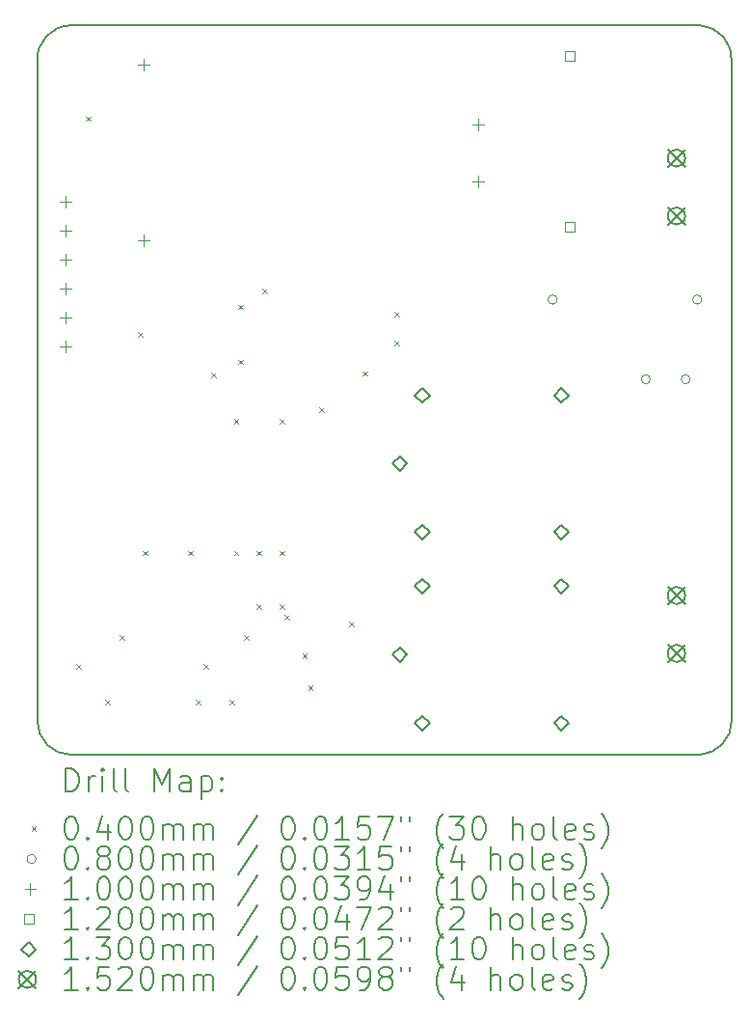
<source format=gbr>
%TF.GenerationSoftware,KiCad,Pcbnew,7.0.8*%
%TF.CreationDate,2024-02-21T14:11:08-03:00*%
%TF.ProjectId,lamp_module,6c616d70-5f6d-46f6-9475-6c652e6b6963,1.0*%
%TF.SameCoordinates,Original*%
%TF.FileFunction,Drillmap*%
%TF.FilePolarity,Positive*%
%FSLAX45Y45*%
G04 Gerber Fmt 4.5, Leading zero omitted, Abs format (unit mm)*
G04 Created by KiCad (PCBNEW 7.0.8) date 2024-02-21 14:11:08*
%MOMM*%
%LPD*%
G01*
G04 APERTURE LIST*
%ADD10C,0.200000*%
%ADD11C,0.040000*%
%ADD12C,0.080000*%
%ADD13C,0.100000*%
%ADD14C,0.120000*%
%ADD15C,0.130000*%
%ADD16C,0.152000*%
G04 APERTURE END LIST*
D10*
X18011575Y-7208025D02*
X18011575Y-12985025D01*
X12211575Y-6885025D02*
G75*
G03*
X11912453Y-7207958I0J-300000D01*
G01*
X12211575Y-6885025D02*
X17728975Y-6885025D01*
X17728946Y-13284531D02*
G75*
G03*
X18011575Y-12985025I-17376J299501D01*
G01*
X18011576Y-7208025D02*
G75*
G03*
X17728997Y-6884650I-300006J22995D01*
G01*
X11911575Y-7208025D02*
X11911575Y-12985025D01*
X17728946Y-13284522D02*
X12211575Y-13285025D01*
X11911575Y-12985025D02*
G75*
G03*
X12211575Y-13285025I299995J-5D01*
G01*
D11*
X12252575Y-12492025D02*
X12292575Y-12532025D01*
X12292575Y-12492025D02*
X12252575Y-12532025D01*
X12341475Y-7684525D02*
X12381475Y-7724525D01*
X12381475Y-7684525D02*
X12341475Y-7724525D01*
X12506575Y-12802625D02*
X12546575Y-12842625D01*
X12546575Y-12802625D02*
X12506575Y-12842625D01*
X12633575Y-12238025D02*
X12673575Y-12278025D01*
X12673575Y-12238025D02*
X12633575Y-12278025D01*
X12798575Y-9576825D02*
X12838575Y-9616825D01*
X12838575Y-9576825D02*
X12798575Y-9616825D01*
X12839975Y-11494525D02*
X12879975Y-11534525D01*
X12879975Y-11494525D02*
X12839975Y-11534525D01*
X13239975Y-11494525D02*
X13279975Y-11534525D01*
X13279975Y-11494525D02*
X13239975Y-11534525D01*
X13306675Y-12802625D02*
X13346675Y-12842625D01*
X13346675Y-12802625D02*
X13306675Y-12842625D01*
X13370175Y-12492025D02*
X13410175Y-12532025D01*
X13410175Y-12492025D02*
X13370175Y-12532025D01*
X13439975Y-9932425D02*
X13479975Y-9972425D01*
X13479975Y-9932425D02*
X13439975Y-9972425D01*
X13598775Y-12802625D02*
X13638775Y-12842625D01*
X13638775Y-12802625D02*
X13598775Y-12842625D01*
X13639975Y-10338825D02*
X13679975Y-10378825D01*
X13679975Y-10338825D02*
X13639975Y-10378825D01*
X13639975Y-11494525D02*
X13679975Y-11534525D01*
X13679975Y-11494525D02*
X13639975Y-11534525D01*
X13679325Y-9335525D02*
X13719325Y-9375525D01*
X13719325Y-9335525D02*
X13679325Y-9375525D01*
X13679325Y-9818125D02*
X13719325Y-9858125D01*
X13719325Y-9818125D02*
X13679325Y-9858125D01*
X13725775Y-12238025D02*
X13765775Y-12278025D01*
X13765775Y-12238025D02*
X13725775Y-12278025D01*
X13839975Y-11494525D02*
X13879975Y-11534525D01*
X13879975Y-11494525D02*
X13839975Y-11534525D01*
X13840075Y-11964425D02*
X13880075Y-12004425D01*
X13880075Y-11964425D02*
X13840075Y-12004425D01*
X13890875Y-9195825D02*
X13930875Y-9235825D01*
X13930875Y-9195825D02*
X13890875Y-9235825D01*
X14039975Y-10338825D02*
X14079975Y-10378825D01*
X14079975Y-10338825D02*
X14039975Y-10378825D01*
X14039975Y-11494525D02*
X14079975Y-11534525D01*
X14079975Y-11494525D02*
X14039975Y-11534525D01*
X14039975Y-11964425D02*
X14079975Y-12004425D01*
X14079975Y-11964425D02*
X14039975Y-12004425D01*
X14081140Y-12055504D02*
X14121140Y-12095504D01*
X14121140Y-12055504D02*
X14081140Y-12095504D01*
X14239975Y-12396225D02*
X14279975Y-12436225D01*
X14279975Y-12396225D02*
X14239975Y-12436225D01*
X14290875Y-12675625D02*
X14330875Y-12715625D01*
X14330875Y-12675625D02*
X14290875Y-12715625D01*
X14386175Y-10237225D02*
X14426175Y-10277225D01*
X14426175Y-10237225D02*
X14386175Y-10277225D01*
X14652875Y-12116825D02*
X14692875Y-12156825D01*
X14692875Y-12116825D02*
X14652875Y-12156825D01*
X14767175Y-9919725D02*
X14807175Y-9959725D01*
X14807175Y-9919725D02*
X14767175Y-9959725D01*
X15046575Y-9399025D02*
X15086575Y-9439025D01*
X15086575Y-9399025D02*
X15046575Y-9439025D01*
X15046575Y-9653025D02*
X15086575Y-9693025D01*
X15086575Y-9653025D02*
X15046575Y-9693025D01*
D12*
X16478175Y-9292025D02*
G75*
G03*
X16478175Y-9292025I-40000J0D01*
G01*
X17296575Y-9990525D02*
G75*
G03*
X17296575Y-9990525I-40000J0D01*
G01*
X17646575Y-9990525D02*
G75*
G03*
X17646575Y-9990525I-40000J0D01*
G01*
X17748175Y-9292025D02*
G75*
G03*
X17748175Y-9292025I-40000J0D01*
G01*
D13*
X12161575Y-8385025D02*
X12161575Y-8485025D01*
X12111575Y-8435025D02*
X12211575Y-8435025D01*
X12161575Y-8639025D02*
X12161575Y-8739025D01*
X12111575Y-8689025D02*
X12211575Y-8689025D01*
X12161575Y-8893025D02*
X12161575Y-8993025D01*
X12111575Y-8943025D02*
X12211575Y-8943025D01*
X12161575Y-9147025D02*
X12161575Y-9247025D01*
X12111575Y-9197025D02*
X12211575Y-9197025D01*
X12161575Y-9401025D02*
X12161575Y-9501025D01*
X12111575Y-9451025D02*
X12211575Y-9451025D01*
X12161575Y-9655025D02*
X12161575Y-9755025D01*
X12111575Y-9705025D02*
X12211575Y-9705025D01*
X12846225Y-7184225D02*
X12846225Y-7284225D01*
X12796225Y-7234225D02*
X12896225Y-7234225D01*
X12846225Y-8724225D02*
X12846225Y-8824225D01*
X12796225Y-8774225D02*
X12896225Y-8774225D01*
X15786225Y-7704225D02*
X15786225Y-7804225D01*
X15736225Y-7754225D02*
X15836225Y-7754225D01*
X15786225Y-8204225D02*
X15786225Y-8304225D01*
X15736225Y-8254225D02*
X15836225Y-8254225D01*
D14*
X16628627Y-7196652D02*
X16628627Y-7111798D01*
X16543773Y-7111798D01*
X16543773Y-7196652D01*
X16628627Y-7196652D01*
X16628627Y-8696652D02*
X16628627Y-8611798D01*
X16543773Y-8611798D01*
X16543773Y-8696652D01*
X16628627Y-8696652D01*
D15*
X15094375Y-10796625D02*
X15159375Y-10731625D01*
X15094375Y-10666625D01*
X15029375Y-10731625D01*
X15094375Y-10796625D01*
X15094375Y-12471625D02*
X15159375Y-12406625D01*
X15094375Y-12341625D01*
X15029375Y-12406625D01*
X15094375Y-12471625D01*
X15294375Y-10196625D02*
X15359375Y-10131625D01*
X15294375Y-10066625D01*
X15229375Y-10131625D01*
X15294375Y-10196625D01*
X15294375Y-11396625D02*
X15359375Y-11331625D01*
X15294375Y-11266625D01*
X15229375Y-11331625D01*
X15294375Y-11396625D01*
X15294375Y-11871625D02*
X15359375Y-11806625D01*
X15294375Y-11741625D01*
X15229375Y-11806625D01*
X15294375Y-11871625D01*
X15294375Y-13071625D02*
X15359375Y-13006625D01*
X15294375Y-12941625D01*
X15229375Y-13006625D01*
X15294375Y-13071625D01*
X16514375Y-10196625D02*
X16579375Y-10131625D01*
X16514375Y-10066625D01*
X16449375Y-10131625D01*
X16514375Y-10196625D01*
X16514375Y-11396625D02*
X16579375Y-11331625D01*
X16514375Y-11266625D01*
X16449375Y-11331625D01*
X16514375Y-11396625D01*
X16514375Y-11871625D02*
X16579375Y-11806625D01*
X16514375Y-11741625D01*
X16449375Y-11806625D01*
X16514375Y-11871625D01*
X16514375Y-13071625D02*
X16579375Y-13006625D01*
X16514375Y-12941625D01*
X16449375Y-13006625D01*
X16514375Y-13071625D01*
D16*
X17450000Y-7974225D02*
X17602000Y-8126225D01*
X17602000Y-7974225D02*
X17450000Y-8126225D01*
X17602000Y-8050225D02*
G75*
G03*
X17602000Y-8050225I-76000J0D01*
G01*
X17450000Y-8482225D02*
X17602000Y-8634225D01*
X17602000Y-8482225D02*
X17450000Y-8634225D01*
X17602000Y-8558225D02*
G75*
G03*
X17602000Y-8558225I-76000J0D01*
G01*
X17450000Y-11811200D02*
X17602000Y-11963200D01*
X17602000Y-11811200D02*
X17450000Y-11963200D01*
X17602000Y-11887200D02*
G75*
G03*
X17602000Y-11887200I-76000J0D01*
G01*
X17450000Y-12319200D02*
X17602000Y-12471200D01*
X17602000Y-12319200D02*
X17450000Y-12471200D01*
X17602000Y-12395200D02*
G75*
G03*
X17602000Y-12395200I-76000J0D01*
G01*
D10*
X12162352Y-13606509D02*
X12162352Y-13406509D01*
X12162352Y-13406509D02*
X12209971Y-13406509D01*
X12209971Y-13406509D02*
X12238542Y-13416033D01*
X12238542Y-13416033D02*
X12257590Y-13435080D01*
X12257590Y-13435080D02*
X12267114Y-13454128D01*
X12267114Y-13454128D02*
X12276637Y-13492223D01*
X12276637Y-13492223D02*
X12276637Y-13520794D01*
X12276637Y-13520794D02*
X12267114Y-13558890D01*
X12267114Y-13558890D02*
X12257590Y-13577937D01*
X12257590Y-13577937D02*
X12238542Y-13596985D01*
X12238542Y-13596985D02*
X12209971Y-13606509D01*
X12209971Y-13606509D02*
X12162352Y-13606509D01*
X12362352Y-13606509D02*
X12362352Y-13473175D01*
X12362352Y-13511271D02*
X12371876Y-13492223D01*
X12371876Y-13492223D02*
X12381399Y-13482699D01*
X12381399Y-13482699D02*
X12400447Y-13473175D01*
X12400447Y-13473175D02*
X12419495Y-13473175D01*
X12486161Y-13606509D02*
X12486161Y-13473175D01*
X12486161Y-13406509D02*
X12476637Y-13416033D01*
X12476637Y-13416033D02*
X12486161Y-13425556D01*
X12486161Y-13425556D02*
X12495685Y-13416033D01*
X12495685Y-13416033D02*
X12486161Y-13406509D01*
X12486161Y-13406509D02*
X12486161Y-13425556D01*
X12609971Y-13606509D02*
X12590923Y-13596985D01*
X12590923Y-13596985D02*
X12581399Y-13577937D01*
X12581399Y-13577937D02*
X12581399Y-13406509D01*
X12714733Y-13606509D02*
X12695685Y-13596985D01*
X12695685Y-13596985D02*
X12686161Y-13577937D01*
X12686161Y-13577937D02*
X12686161Y-13406509D01*
X12943304Y-13606509D02*
X12943304Y-13406509D01*
X12943304Y-13406509D02*
X13009971Y-13549366D01*
X13009971Y-13549366D02*
X13076637Y-13406509D01*
X13076637Y-13406509D02*
X13076637Y-13606509D01*
X13257590Y-13606509D02*
X13257590Y-13501747D01*
X13257590Y-13501747D02*
X13248066Y-13482699D01*
X13248066Y-13482699D02*
X13229018Y-13473175D01*
X13229018Y-13473175D02*
X13190923Y-13473175D01*
X13190923Y-13473175D02*
X13171876Y-13482699D01*
X13257590Y-13596985D02*
X13238542Y-13606509D01*
X13238542Y-13606509D02*
X13190923Y-13606509D01*
X13190923Y-13606509D02*
X13171876Y-13596985D01*
X13171876Y-13596985D02*
X13162352Y-13577937D01*
X13162352Y-13577937D02*
X13162352Y-13558890D01*
X13162352Y-13558890D02*
X13171876Y-13539842D01*
X13171876Y-13539842D02*
X13190923Y-13530318D01*
X13190923Y-13530318D02*
X13238542Y-13530318D01*
X13238542Y-13530318D02*
X13257590Y-13520794D01*
X13352828Y-13473175D02*
X13352828Y-13673175D01*
X13352828Y-13482699D02*
X13371876Y-13473175D01*
X13371876Y-13473175D02*
X13409971Y-13473175D01*
X13409971Y-13473175D02*
X13429018Y-13482699D01*
X13429018Y-13482699D02*
X13438542Y-13492223D01*
X13438542Y-13492223D02*
X13448066Y-13511271D01*
X13448066Y-13511271D02*
X13448066Y-13568413D01*
X13448066Y-13568413D02*
X13438542Y-13587461D01*
X13438542Y-13587461D02*
X13429018Y-13596985D01*
X13429018Y-13596985D02*
X13409971Y-13606509D01*
X13409971Y-13606509D02*
X13371876Y-13606509D01*
X13371876Y-13606509D02*
X13352828Y-13596985D01*
X13533780Y-13587461D02*
X13543304Y-13596985D01*
X13543304Y-13596985D02*
X13533780Y-13606509D01*
X13533780Y-13606509D02*
X13524257Y-13596985D01*
X13524257Y-13596985D02*
X13533780Y-13587461D01*
X13533780Y-13587461D02*
X13533780Y-13606509D01*
X13533780Y-13482699D02*
X13543304Y-13492223D01*
X13543304Y-13492223D02*
X13533780Y-13501747D01*
X13533780Y-13501747D02*
X13524257Y-13492223D01*
X13524257Y-13492223D02*
X13533780Y-13482699D01*
X13533780Y-13482699D02*
X13533780Y-13501747D01*
D11*
X11861575Y-13915025D02*
X11901575Y-13955025D01*
X11901575Y-13915025D02*
X11861575Y-13955025D01*
D10*
X12200447Y-13826509D02*
X12219495Y-13826509D01*
X12219495Y-13826509D02*
X12238542Y-13836033D01*
X12238542Y-13836033D02*
X12248066Y-13845556D01*
X12248066Y-13845556D02*
X12257590Y-13864604D01*
X12257590Y-13864604D02*
X12267114Y-13902699D01*
X12267114Y-13902699D02*
X12267114Y-13950318D01*
X12267114Y-13950318D02*
X12257590Y-13988413D01*
X12257590Y-13988413D02*
X12248066Y-14007461D01*
X12248066Y-14007461D02*
X12238542Y-14016985D01*
X12238542Y-14016985D02*
X12219495Y-14026509D01*
X12219495Y-14026509D02*
X12200447Y-14026509D01*
X12200447Y-14026509D02*
X12181399Y-14016985D01*
X12181399Y-14016985D02*
X12171876Y-14007461D01*
X12171876Y-14007461D02*
X12162352Y-13988413D01*
X12162352Y-13988413D02*
X12152828Y-13950318D01*
X12152828Y-13950318D02*
X12152828Y-13902699D01*
X12152828Y-13902699D02*
X12162352Y-13864604D01*
X12162352Y-13864604D02*
X12171876Y-13845556D01*
X12171876Y-13845556D02*
X12181399Y-13836033D01*
X12181399Y-13836033D02*
X12200447Y-13826509D01*
X12352828Y-14007461D02*
X12362352Y-14016985D01*
X12362352Y-14016985D02*
X12352828Y-14026509D01*
X12352828Y-14026509D02*
X12343304Y-14016985D01*
X12343304Y-14016985D02*
X12352828Y-14007461D01*
X12352828Y-14007461D02*
X12352828Y-14026509D01*
X12533780Y-13893175D02*
X12533780Y-14026509D01*
X12486161Y-13816985D02*
X12438542Y-13959842D01*
X12438542Y-13959842D02*
X12562352Y-13959842D01*
X12676637Y-13826509D02*
X12695685Y-13826509D01*
X12695685Y-13826509D02*
X12714733Y-13836033D01*
X12714733Y-13836033D02*
X12724257Y-13845556D01*
X12724257Y-13845556D02*
X12733780Y-13864604D01*
X12733780Y-13864604D02*
X12743304Y-13902699D01*
X12743304Y-13902699D02*
X12743304Y-13950318D01*
X12743304Y-13950318D02*
X12733780Y-13988413D01*
X12733780Y-13988413D02*
X12724257Y-14007461D01*
X12724257Y-14007461D02*
X12714733Y-14016985D01*
X12714733Y-14016985D02*
X12695685Y-14026509D01*
X12695685Y-14026509D02*
X12676637Y-14026509D01*
X12676637Y-14026509D02*
X12657590Y-14016985D01*
X12657590Y-14016985D02*
X12648066Y-14007461D01*
X12648066Y-14007461D02*
X12638542Y-13988413D01*
X12638542Y-13988413D02*
X12629018Y-13950318D01*
X12629018Y-13950318D02*
X12629018Y-13902699D01*
X12629018Y-13902699D02*
X12638542Y-13864604D01*
X12638542Y-13864604D02*
X12648066Y-13845556D01*
X12648066Y-13845556D02*
X12657590Y-13836033D01*
X12657590Y-13836033D02*
X12676637Y-13826509D01*
X12867114Y-13826509D02*
X12886161Y-13826509D01*
X12886161Y-13826509D02*
X12905209Y-13836033D01*
X12905209Y-13836033D02*
X12914733Y-13845556D01*
X12914733Y-13845556D02*
X12924257Y-13864604D01*
X12924257Y-13864604D02*
X12933780Y-13902699D01*
X12933780Y-13902699D02*
X12933780Y-13950318D01*
X12933780Y-13950318D02*
X12924257Y-13988413D01*
X12924257Y-13988413D02*
X12914733Y-14007461D01*
X12914733Y-14007461D02*
X12905209Y-14016985D01*
X12905209Y-14016985D02*
X12886161Y-14026509D01*
X12886161Y-14026509D02*
X12867114Y-14026509D01*
X12867114Y-14026509D02*
X12848066Y-14016985D01*
X12848066Y-14016985D02*
X12838542Y-14007461D01*
X12838542Y-14007461D02*
X12829018Y-13988413D01*
X12829018Y-13988413D02*
X12819495Y-13950318D01*
X12819495Y-13950318D02*
X12819495Y-13902699D01*
X12819495Y-13902699D02*
X12829018Y-13864604D01*
X12829018Y-13864604D02*
X12838542Y-13845556D01*
X12838542Y-13845556D02*
X12848066Y-13836033D01*
X12848066Y-13836033D02*
X12867114Y-13826509D01*
X13019495Y-14026509D02*
X13019495Y-13893175D01*
X13019495Y-13912223D02*
X13029018Y-13902699D01*
X13029018Y-13902699D02*
X13048066Y-13893175D01*
X13048066Y-13893175D02*
X13076638Y-13893175D01*
X13076638Y-13893175D02*
X13095685Y-13902699D01*
X13095685Y-13902699D02*
X13105209Y-13921747D01*
X13105209Y-13921747D02*
X13105209Y-14026509D01*
X13105209Y-13921747D02*
X13114733Y-13902699D01*
X13114733Y-13902699D02*
X13133780Y-13893175D01*
X13133780Y-13893175D02*
X13162352Y-13893175D01*
X13162352Y-13893175D02*
X13181399Y-13902699D01*
X13181399Y-13902699D02*
X13190923Y-13921747D01*
X13190923Y-13921747D02*
X13190923Y-14026509D01*
X13286161Y-14026509D02*
X13286161Y-13893175D01*
X13286161Y-13912223D02*
X13295685Y-13902699D01*
X13295685Y-13902699D02*
X13314733Y-13893175D01*
X13314733Y-13893175D02*
X13343304Y-13893175D01*
X13343304Y-13893175D02*
X13362352Y-13902699D01*
X13362352Y-13902699D02*
X13371876Y-13921747D01*
X13371876Y-13921747D02*
X13371876Y-14026509D01*
X13371876Y-13921747D02*
X13381399Y-13902699D01*
X13381399Y-13902699D02*
X13400447Y-13893175D01*
X13400447Y-13893175D02*
X13429018Y-13893175D01*
X13429018Y-13893175D02*
X13448066Y-13902699D01*
X13448066Y-13902699D02*
X13457590Y-13921747D01*
X13457590Y-13921747D02*
X13457590Y-14026509D01*
X13848066Y-13816985D02*
X13676638Y-14074128D01*
X14105209Y-13826509D02*
X14124257Y-13826509D01*
X14124257Y-13826509D02*
X14143304Y-13836033D01*
X14143304Y-13836033D02*
X14152828Y-13845556D01*
X14152828Y-13845556D02*
X14162352Y-13864604D01*
X14162352Y-13864604D02*
X14171876Y-13902699D01*
X14171876Y-13902699D02*
X14171876Y-13950318D01*
X14171876Y-13950318D02*
X14162352Y-13988413D01*
X14162352Y-13988413D02*
X14152828Y-14007461D01*
X14152828Y-14007461D02*
X14143304Y-14016985D01*
X14143304Y-14016985D02*
X14124257Y-14026509D01*
X14124257Y-14026509D02*
X14105209Y-14026509D01*
X14105209Y-14026509D02*
X14086161Y-14016985D01*
X14086161Y-14016985D02*
X14076638Y-14007461D01*
X14076638Y-14007461D02*
X14067114Y-13988413D01*
X14067114Y-13988413D02*
X14057590Y-13950318D01*
X14057590Y-13950318D02*
X14057590Y-13902699D01*
X14057590Y-13902699D02*
X14067114Y-13864604D01*
X14067114Y-13864604D02*
X14076638Y-13845556D01*
X14076638Y-13845556D02*
X14086161Y-13836033D01*
X14086161Y-13836033D02*
X14105209Y-13826509D01*
X14257590Y-14007461D02*
X14267114Y-14016985D01*
X14267114Y-14016985D02*
X14257590Y-14026509D01*
X14257590Y-14026509D02*
X14248066Y-14016985D01*
X14248066Y-14016985D02*
X14257590Y-14007461D01*
X14257590Y-14007461D02*
X14257590Y-14026509D01*
X14390923Y-13826509D02*
X14409971Y-13826509D01*
X14409971Y-13826509D02*
X14429019Y-13836033D01*
X14429019Y-13836033D02*
X14438542Y-13845556D01*
X14438542Y-13845556D02*
X14448066Y-13864604D01*
X14448066Y-13864604D02*
X14457590Y-13902699D01*
X14457590Y-13902699D02*
X14457590Y-13950318D01*
X14457590Y-13950318D02*
X14448066Y-13988413D01*
X14448066Y-13988413D02*
X14438542Y-14007461D01*
X14438542Y-14007461D02*
X14429019Y-14016985D01*
X14429019Y-14016985D02*
X14409971Y-14026509D01*
X14409971Y-14026509D02*
X14390923Y-14026509D01*
X14390923Y-14026509D02*
X14371876Y-14016985D01*
X14371876Y-14016985D02*
X14362352Y-14007461D01*
X14362352Y-14007461D02*
X14352828Y-13988413D01*
X14352828Y-13988413D02*
X14343304Y-13950318D01*
X14343304Y-13950318D02*
X14343304Y-13902699D01*
X14343304Y-13902699D02*
X14352828Y-13864604D01*
X14352828Y-13864604D02*
X14362352Y-13845556D01*
X14362352Y-13845556D02*
X14371876Y-13836033D01*
X14371876Y-13836033D02*
X14390923Y-13826509D01*
X14648066Y-14026509D02*
X14533781Y-14026509D01*
X14590923Y-14026509D02*
X14590923Y-13826509D01*
X14590923Y-13826509D02*
X14571876Y-13855080D01*
X14571876Y-13855080D02*
X14552828Y-13874128D01*
X14552828Y-13874128D02*
X14533781Y-13883652D01*
X14829019Y-13826509D02*
X14733781Y-13826509D01*
X14733781Y-13826509D02*
X14724257Y-13921747D01*
X14724257Y-13921747D02*
X14733781Y-13912223D01*
X14733781Y-13912223D02*
X14752828Y-13902699D01*
X14752828Y-13902699D02*
X14800447Y-13902699D01*
X14800447Y-13902699D02*
X14819495Y-13912223D01*
X14819495Y-13912223D02*
X14829019Y-13921747D01*
X14829019Y-13921747D02*
X14838542Y-13940794D01*
X14838542Y-13940794D02*
X14838542Y-13988413D01*
X14838542Y-13988413D02*
X14829019Y-14007461D01*
X14829019Y-14007461D02*
X14819495Y-14016985D01*
X14819495Y-14016985D02*
X14800447Y-14026509D01*
X14800447Y-14026509D02*
X14752828Y-14026509D01*
X14752828Y-14026509D02*
X14733781Y-14016985D01*
X14733781Y-14016985D02*
X14724257Y-14007461D01*
X14905209Y-13826509D02*
X15038542Y-13826509D01*
X15038542Y-13826509D02*
X14952828Y-14026509D01*
X15105209Y-13826509D02*
X15105209Y-13864604D01*
X15181400Y-13826509D02*
X15181400Y-13864604D01*
X15476638Y-14102699D02*
X15467114Y-14093175D01*
X15467114Y-14093175D02*
X15448066Y-14064604D01*
X15448066Y-14064604D02*
X15438543Y-14045556D01*
X15438543Y-14045556D02*
X15429019Y-14016985D01*
X15429019Y-14016985D02*
X15419495Y-13969366D01*
X15419495Y-13969366D02*
X15419495Y-13931271D01*
X15419495Y-13931271D02*
X15429019Y-13883652D01*
X15429019Y-13883652D02*
X15438543Y-13855080D01*
X15438543Y-13855080D02*
X15448066Y-13836033D01*
X15448066Y-13836033D02*
X15467114Y-13807461D01*
X15467114Y-13807461D02*
X15476638Y-13797937D01*
X15533781Y-13826509D02*
X15657590Y-13826509D01*
X15657590Y-13826509D02*
X15590923Y-13902699D01*
X15590923Y-13902699D02*
X15619495Y-13902699D01*
X15619495Y-13902699D02*
X15638543Y-13912223D01*
X15638543Y-13912223D02*
X15648066Y-13921747D01*
X15648066Y-13921747D02*
X15657590Y-13940794D01*
X15657590Y-13940794D02*
X15657590Y-13988413D01*
X15657590Y-13988413D02*
X15648066Y-14007461D01*
X15648066Y-14007461D02*
X15638543Y-14016985D01*
X15638543Y-14016985D02*
X15619495Y-14026509D01*
X15619495Y-14026509D02*
X15562352Y-14026509D01*
X15562352Y-14026509D02*
X15543304Y-14016985D01*
X15543304Y-14016985D02*
X15533781Y-14007461D01*
X15781400Y-13826509D02*
X15800447Y-13826509D01*
X15800447Y-13826509D02*
X15819495Y-13836033D01*
X15819495Y-13836033D02*
X15829019Y-13845556D01*
X15829019Y-13845556D02*
X15838543Y-13864604D01*
X15838543Y-13864604D02*
X15848066Y-13902699D01*
X15848066Y-13902699D02*
X15848066Y-13950318D01*
X15848066Y-13950318D02*
X15838543Y-13988413D01*
X15838543Y-13988413D02*
X15829019Y-14007461D01*
X15829019Y-14007461D02*
X15819495Y-14016985D01*
X15819495Y-14016985D02*
X15800447Y-14026509D01*
X15800447Y-14026509D02*
X15781400Y-14026509D01*
X15781400Y-14026509D02*
X15762352Y-14016985D01*
X15762352Y-14016985D02*
X15752828Y-14007461D01*
X15752828Y-14007461D02*
X15743304Y-13988413D01*
X15743304Y-13988413D02*
X15733781Y-13950318D01*
X15733781Y-13950318D02*
X15733781Y-13902699D01*
X15733781Y-13902699D02*
X15743304Y-13864604D01*
X15743304Y-13864604D02*
X15752828Y-13845556D01*
X15752828Y-13845556D02*
X15762352Y-13836033D01*
X15762352Y-13836033D02*
X15781400Y-13826509D01*
X16086162Y-14026509D02*
X16086162Y-13826509D01*
X16171876Y-14026509D02*
X16171876Y-13921747D01*
X16171876Y-13921747D02*
X16162352Y-13902699D01*
X16162352Y-13902699D02*
X16143305Y-13893175D01*
X16143305Y-13893175D02*
X16114733Y-13893175D01*
X16114733Y-13893175D02*
X16095685Y-13902699D01*
X16095685Y-13902699D02*
X16086162Y-13912223D01*
X16295685Y-14026509D02*
X16276638Y-14016985D01*
X16276638Y-14016985D02*
X16267114Y-14007461D01*
X16267114Y-14007461D02*
X16257590Y-13988413D01*
X16257590Y-13988413D02*
X16257590Y-13931271D01*
X16257590Y-13931271D02*
X16267114Y-13912223D01*
X16267114Y-13912223D02*
X16276638Y-13902699D01*
X16276638Y-13902699D02*
X16295685Y-13893175D01*
X16295685Y-13893175D02*
X16324257Y-13893175D01*
X16324257Y-13893175D02*
X16343305Y-13902699D01*
X16343305Y-13902699D02*
X16352828Y-13912223D01*
X16352828Y-13912223D02*
X16362352Y-13931271D01*
X16362352Y-13931271D02*
X16362352Y-13988413D01*
X16362352Y-13988413D02*
X16352828Y-14007461D01*
X16352828Y-14007461D02*
X16343305Y-14016985D01*
X16343305Y-14016985D02*
X16324257Y-14026509D01*
X16324257Y-14026509D02*
X16295685Y-14026509D01*
X16476638Y-14026509D02*
X16457590Y-14016985D01*
X16457590Y-14016985D02*
X16448066Y-13997937D01*
X16448066Y-13997937D02*
X16448066Y-13826509D01*
X16629019Y-14016985D02*
X16609971Y-14026509D01*
X16609971Y-14026509D02*
X16571876Y-14026509D01*
X16571876Y-14026509D02*
X16552828Y-14016985D01*
X16552828Y-14016985D02*
X16543305Y-13997937D01*
X16543305Y-13997937D02*
X16543305Y-13921747D01*
X16543305Y-13921747D02*
X16552828Y-13902699D01*
X16552828Y-13902699D02*
X16571876Y-13893175D01*
X16571876Y-13893175D02*
X16609971Y-13893175D01*
X16609971Y-13893175D02*
X16629019Y-13902699D01*
X16629019Y-13902699D02*
X16638543Y-13921747D01*
X16638543Y-13921747D02*
X16638543Y-13940794D01*
X16638543Y-13940794D02*
X16543305Y-13959842D01*
X16714733Y-14016985D02*
X16733781Y-14026509D01*
X16733781Y-14026509D02*
X16771876Y-14026509D01*
X16771876Y-14026509D02*
X16790924Y-14016985D01*
X16790924Y-14016985D02*
X16800448Y-13997937D01*
X16800448Y-13997937D02*
X16800448Y-13988413D01*
X16800448Y-13988413D02*
X16790924Y-13969366D01*
X16790924Y-13969366D02*
X16771876Y-13959842D01*
X16771876Y-13959842D02*
X16743305Y-13959842D01*
X16743305Y-13959842D02*
X16724257Y-13950318D01*
X16724257Y-13950318D02*
X16714733Y-13931271D01*
X16714733Y-13931271D02*
X16714733Y-13921747D01*
X16714733Y-13921747D02*
X16724257Y-13902699D01*
X16724257Y-13902699D02*
X16743305Y-13893175D01*
X16743305Y-13893175D02*
X16771876Y-13893175D01*
X16771876Y-13893175D02*
X16790924Y-13902699D01*
X16867114Y-14102699D02*
X16876638Y-14093175D01*
X16876638Y-14093175D02*
X16895686Y-14064604D01*
X16895686Y-14064604D02*
X16905209Y-14045556D01*
X16905209Y-14045556D02*
X16914733Y-14016985D01*
X16914733Y-14016985D02*
X16924257Y-13969366D01*
X16924257Y-13969366D02*
X16924257Y-13931271D01*
X16924257Y-13931271D02*
X16914733Y-13883652D01*
X16914733Y-13883652D02*
X16905209Y-13855080D01*
X16905209Y-13855080D02*
X16895686Y-13836033D01*
X16895686Y-13836033D02*
X16876638Y-13807461D01*
X16876638Y-13807461D02*
X16867114Y-13797937D01*
D12*
X11901575Y-14199025D02*
G75*
G03*
X11901575Y-14199025I-40000J0D01*
G01*
D10*
X12200447Y-14090509D02*
X12219495Y-14090509D01*
X12219495Y-14090509D02*
X12238542Y-14100033D01*
X12238542Y-14100033D02*
X12248066Y-14109556D01*
X12248066Y-14109556D02*
X12257590Y-14128604D01*
X12257590Y-14128604D02*
X12267114Y-14166699D01*
X12267114Y-14166699D02*
X12267114Y-14214318D01*
X12267114Y-14214318D02*
X12257590Y-14252413D01*
X12257590Y-14252413D02*
X12248066Y-14271461D01*
X12248066Y-14271461D02*
X12238542Y-14280985D01*
X12238542Y-14280985D02*
X12219495Y-14290509D01*
X12219495Y-14290509D02*
X12200447Y-14290509D01*
X12200447Y-14290509D02*
X12181399Y-14280985D01*
X12181399Y-14280985D02*
X12171876Y-14271461D01*
X12171876Y-14271461D02*
X12162352Y-14252413D01*
X12162352Y-14252413D02*
X12152828Y-14214318D01*
X12152828Y-14214318D02*
X12152828Y-14166699D01*
X12152828Y-14166699D02*
X12162352Y-14128604D01*
X12162352Y-14128604D02*
X12171876Y-14109556D01*
X12171876Y-14109556D02*
X12181399Y-14100033D01*
X12181399Y-14100033D02*
X12200447Y-14090509D01*
X12352828Y-14271461D02*
X12362352Y-14280985D01*
X12362352Y-14280985D02*
X12352828Y-14290509D01*
X12352828Y-14290509D02*
X12343304Y-14280985D01*
X12343304Y-14280985D02*
X12352828Y-14271461D01*
X12352828Y-14271461D02*
X12352828Y-14290509D01*
X12476637Y-14176223D02*
X12457590Y-14166699D01*
X12457590Y-14166699D02*
X12448066Y-14157175D01*
X12448066Y-14157175D02*
X12438542Y-14138128D01*
X12438542Y-14138128D02*
X12438542Y-14128604D01*
X12438542Y-14128604D02*
X12448066Y-14109556D01*
X12448066Y-14109556D02*
X12457590Y-14100033D01*
X12457590Y-14100033D02*
X12476637Y-14090509D01*
X12476637Y-14090509D02*
X12514733Y-14090509D01*
X12514733Y-14090509D02*
X12533780Y-14100033D01*
X12533780Y-14100033D02*
X12543304Y-14109556D01*
X12543304Y-14109556D02*
X12552828Y-14128604D01*
X12552828Y-14128604D02*
X12552828Y-14138128D01*
X12552828Y-14138128D02*
X12543304Y-14157175D01*
X12543304Y-14157175D02*
X12533780Y-14166699D01*
X12533780Y-14166699D02*
X12514733Y-14176223D01*
X12514733Y-14176223D02*
X12476637Y-14176223D01*
X12476637Y-14176223D02*
X12457590Y-14185747D01*
X12457590Y-14185747D02*
X12448066Y-14195271D01*
X12448066Y-14195271D02*
X12438542Y-14214318D01*
X12438542Y-14214318D02*
X12438542Y-14252413D01*
X12438542Y-14252413D02*
X12448066Y-14271461D01*
X12448066Y-14271461D02*
X12457590Y-14280985D01*
X12457590Y-14280985D02*
X12476637Y-14290509D01*
X12476637Y-14290509D02*
X12514733Y-14290509D01*
X12514733Y-14290509D02*
X12533780Y-14280985D01*
X12533780Y-14280985D02*
X12543304Y-14271461D01*
X12543304Y-14271461D02*
X12552828Y-14252413D01*
X12552828Y-14252413D02*
X12552828Y-14214318D01*
X12552828Y-14214318D02*
X12543304Y-14195271D01*
X12543304Y-14195271D02*
X12533780Y-14185747D01*
X12533780Y-14185747D02*
X12514733Y-14176223D01*
X12676637Y-14090509D02*
X12695685Y-14090509D01*
X12695685Y-14090509D02*
X12714733Y-14100033D01*
X12714733Y-14100033D02*
X12724257Y-14109556D01*
X12724257Y-14109556D02*
X12733780Y-14128604D01*
X12733780Y-14128604D02*
X12743304Y-14166699D01*
X12743304Y-14166699D02*
X12743304Y-14214318D01*
X12743304Y-14214318D02*
X12733780Y-14252413D01*
X12733780Y-14252413D02*
X12724257Y-14271461D01*
X12724257Y-14271461D02*
X12714733Y-14280985D01*
X12714733Y-14280985D02*
X12695685Y-14290509D01*
X12695685Y-14290509D02*
X12676637Y-14290509D01*
X12676637Y-14290509D02*
X12657590Y-14280985D01*
X12657590Y-14280985D02*
X12648066Y-14271461D01*
X12648066Y-14271461D02*
X12638542Y-14252413D01*
X12638542Y-14252413D02*
X12629018Y-14214318D01*
X12629018Y-14214318D02*
X12629018Y-14166699D01*
X12629018Y-14166699D02*
X12638542Y-14128604D01*
X12638542Y-14128604D02*
X12648066Y-14109556D01*
X12648066Y-14109556D02*
X12657590Y-14100033D01*
X12657590Y-14100033D02*
X12676637Y-14090509D01*
X12867114Y-14090509D02*
X12886161Y-14090509D01*
X12886161Y-14090509D02*
X12905209Y-14100033D01*
X12905209Y-14100033D02*
X12914733Y-14109556D01*
X12914733Y-14109556D02*
X12924257Y-14128604D01*
X12924257Y-14128604D02*
X12933780Y-14166699D01*
X12933780Y-14166699D02*
X12933780Y-14214318D01*
X12933780Y-14214318D02*
X12924257Y-14252413D01*
X12924257Y-14252413D02*
X12914733Y-14271461D01*
X12914733Y-14271461D02*
X12905209Y-14280985D01*
X12905209Y-14280985D02*
X12886161Y-14290509D01*
X12886161Y-14290509D02*
X12867114Y-14290509D01*
X12867114Y-14290509D02*
X12848066Y-14280985D01*
X12848066Y-14280985D02*
X12838542Y-14271461D01*
X12838542Y-14271461D02*
X12829018Y-14252413D01*
X12829018Y-14252413D02*
X12819495Y-14214318D01*
X12819495Y-14214318D02*
X12819495Y-14166699D01*
X12819495Y-14166699D02*
X12829018Y-14128604D01*
X12829018Y-14128604D02*
X12838542Y-14109556D01*
X12838542Y-14109556D02*
X12848066Y-14100033D01*
X12848066Y-14100033D02*
X12867114Y-14090509D01*
X13019495Y-14290509D02*
X13019495Y-14157175D01*
X13019495Y-14176223D02*
X13029018Y-14166699D01*
X13029018Y-14166699D02*
X13048066Y-14157175D01*
X13048066Y-14157175D02*
X13076638Y-14157175D01*
X13076638Y-14157175D02*
X13095685Y-14166699D01*
X13095685Y-14166699D02*
X13105209Y-14185747D01*
X13105209Y-14185747D02*
X13105209Y-14290509D01*
X13105209Y-14185747D02*
X13114733Y-14166699D01*
X13114733Y-14166699D02*
X13133780Y-14157175D01*
X13133780Y-14157175D02*
X13162352Y-14157175D01*
X13162352Y-14157175D02*
X13181399Y-14166699D01*
X13181399Y-14166699D02*
X13190923Y-14185747D01*
X13190923Y-14185747D02*
X13190923Y-14290509D01*
X13286161Y-14290509D02*
X13286161Y-14157175D01*
X13286161Y-14176223D02*
X13295685Y-14166699D01*
X13295685Y-14166699D02*
X13314733Y-14157175D01*
X13314733Y-14157175D02*
X13343304Y-14157175D01*
X13343304Y-14157175D02*
X13362352Y-14166699D01*
X13362352Y-14166699D02*
X13371876Y-14185747D01*
X13371876Y-14185747D02*
X13371876Y-14290509D01*
X13371876Y-14185747D02*
X13381399Y-14166699D01*
X13381399Y-14166699D02*
X13400447Y-14157175D01*
X13400447Y-14157175D02*
X13429018Y-14157175D01*
X13429018Y-14157175D02*
X13448066Y-14166699D01*
X13448066Y-14166699D02*
X13457590Y-14185747D01*
X13457590Y-14185747D02*
X13457590Y-14290509D01*
X13848066Y-14080985D02*
X13676638Y-14338128D01*
X14105209Y-14090509D02*
X14124257Y-14090509D01*
X14124257Y-14090509D02*
X14143304Y-14100033D01*
X14143304Y-14100033D02*
X14152828Y-14109556D01*
X14152828Y-14109556D02*
X14162352Y-14128604D01*
X14162352Y-14128604D02*
X14171876Y-14166699D01*
X14171876Y-14166699D02*
X14171876Y-14214318D01*
X14171876Y-14214318D02*
X14162352Y-14252413D01*
X14162352Y-14252413D02*
X14152828Y-14271461D01*
X14152828Y-14271461D02*
X14143304Y-14280985D01*
X14143304Y-14280985D02*
X14124257Y-14290509D01*
X14124257Y-14290509D02*
X14105209Y-14290509D01*
X14105209Y-14290509D02*
X14086161Y-14280985D01*
X14086161Y-14280985D02*
X14076638Y-14271461D01*
X14076638Y-14271461D02*
X14067114Y-14252413D01*
X14067114Y-14252413D02*
X14057590Y-14214318D01*
X14057590Y-14214318D02*
X14057590Y-14166699D01*
X14057590Y-14166699D02*
X14067114Y-14128604D01*
X14067114Y-14128604D02*
X14076638Y-14109556D01*
X14076638Y-14109556D02*
X14086161Y-14100033D01*
X14086161Y-14100033D02*
X14105209Y-14090509D01*
X14257590Y-14271461D02*
X14267114Y-14280985D01*
X14267114Y-14280985D02*
X14257590Y-14290509D01*
X14257590Y-14290509D02*
X14248066Y-14280985D01*
X14248066Y-14280985D02*
X14257590Y-14271461D01*
X14257590Y-14271461D02*
X14257590Y-14290509D01*
X14390923Y-14090509D02*
X14409971Y-14090509D01*
X14409971Y-14090509D02*
X14429019Y-14100033D01*
X14429019Y-14100033D02*
X14438542Y-14109556D01*
X14438542Y-14109556D02*
X14448066Y-14128604D01*
X14448066Y-14128604D02*
X14457590Y-14166699D01*
X14457590Y-14166699D02*
X14457590Y-14214318D01*
X14457590Y-14214318D02*
X14448066Y-14252413D01*
X14448066Y-14252413D02*
X14438542Y-14271461D01*
X14438542Y-14271461D02*
X14429019Y-14280985D01*
X14429019Y-14280985D02*
X14409971Y-14290509D01*
X14409971Y-14290509D02*
X14390923Y-14290509D01*
X14390923Y-14290509D02*
X14371876Y-14280985D01*
X14371876Y-14280985D02*
X14362352Y-14271461D01*
X14362352Y-14271461D02*
X14352828Y-14252413D01*
X14352828Y-14252413D02*
X14343304Y-14214318D01*
X14343304Y-14214318D02*
X14343304Y-14166699D01*
X14343304Y-14166699D02*
X14352828Y-14128604D01*
X14352828Y-14128604D02*
X14362352Y-14109556D01*
X14362352Y-14109556D02*
X14371876Y-14100033D01*
X14371876Y-14100033D02*
X14390923Y-14090509D01*
X14524257Y-14090509D02*
X14648066Y-14090509D01*
X14648066Y-14090509D02*
X14581400Y-14166699D01*
X14581400Y-14166699D02*
X14609971Y-14166699D01*
X14609971Y-14166699D02*
X14629019Y-14176223D01*
X14629019Y-14176223D02*
X14638542Y-14185747D01*
X14638542Y-14185747D02*
X14648066Y-14204794D01*
X14648066Y-14204794D02*
X14648066Y-14252413D01*
X14648066Y-14252413D02*
X14638542Y-14271461D01*
X14638542Y-14271461D02*
X14629019Y-14280985D01*
X14629019Y-14280985D02*
X14609971Y-14290509D01*
X14609971Y-14290509D02*
X14552828Y-14290509D01*
X14552828Y-14290509D02*
X14533781Y-14280985D01*
X14533781Y-14280985D02*
X14524257Y-14271461D01*
X14838542Y-14290509D02*
X14724257Y-14290509D01*
X14781400Y-14290509D02*
X14781400Y-14090509D01*
X14781400Y-14090509D02*
X14762352Y-14119080D01*
X14762352Y-14119080D02*
X14743304Y-14138128D01*
X14743304Y-14138128D02*
X14724257Y-14147652D01*
X15019495Y-14090509D02*
X14924257Y-14090509D01*
X14924257Y-14090509D02*
X14914733Y-14185747D01*
X14914733Y-14185747D02*
X14924257Y-14176223D01*
X14924257Y-14176223D02*
X14943304Y-14166699D01*
X14943304Y-14166699D02*
X14990923Y-14166699D01*
X14990923Y-14166699D02*
X15009971Y-14176223D01*
X15009971Y-14176223D02*
X15019495Y-14185747D01*
X15019495Y-14185747D02*
X15029019Y-14204794D01*
X15029019Y-14204794D02*
X15029019Y-14252413D01*
X15029019Y-14252413D02*
X15019495Y-14271461D01*
X15019495Y-14271461D02*
X15009971Y-14280985D01*
X15009971Y-14280985D02*
X14990923Y-14290509D01*
X14990923Y-14290509D02*
X14943304Y-14290509D01*
X14943304Y-14290509D02*
X14924257Y-14280985D01*
X14924257Y-14280985D02*
X14914733Y-14271461D01*
X15105209Y-14090509D02*
X15105209Y-14128604D01*
X15181400Y-14090509D02*
X15181400Y-14128604D01*
X15476638Y-14366699D02*
X15467114Y-14357175D01*
X15467114Y-14357175D02*
X15448066Y-14328604D01*
X15448066Y-14328604D02*
X15438543Y-14309556D01*
X15438543Y-14309556D02*
X15429019Y-14280985D01*
X15429019Y-14280985D02*
X15419495Y-14233366D01*
X15419495Y-14233366D02*
X15419495Y-14195271D01*
X15419495Y-14195271D02*
X15429019Y-14147652D01*
X15429019Y-14147652D02*
X15438543Y-14119080D01*
X15438543Y-14119080D02*
X15448066Y-14100033D01*
X15448066Y-14100033D02*
X15467114Y-14071461D01*
X15467114Y-14071461D02*
X15476638Y-14061937D01*
X15638543Y-14157175D02*
X15638543Y-14290509D01*
X15590923Y-14080985D02*
X15543304Y-14223842D01*
X15543304Y-14223842D02*
X15667114Y-14223842D01*
X15895685Y-14290509D02*
X15895685Y-14090509D01*
X15981400Y-14290509D02*
X15981400Y-14185747D01*
X15981400Y-14185747D02*
X15971876Y-14166699D01*
X15971876Y-14166699D02*
X15952828Y-14157175D01*
X15952828Y-14157175D02*
X15924257Y-14157175D01*
X15924257Y-14157175D02*
X15905209Y-14166699D01*
X15905209Y-14166699D02*
X15895685Y-14176223D01*
X16105209Y-14290509D02*
X16086162Y-14280985D01*
X16086162Y-14280985D02*
X16076638Y-14271461D01*
X16076638Y-14271461D02*
X16067114Y-14252413D01*
X16067114Y-14252413D02*
X16067114Y-14195271D01*
X16067114Y-14195271D02*
X16076638Y-14176223D01*
X16076638Y-14176223D02*
X16086162Y-14166699D01*
X16086162Y-14166699D02*
X16105209Y-14157175D01*
X16105209Y-14157175D02*
X16133781Y-14157175D01*
X16133781Y-14157175D02*
X16152828Y-14166699D01*
X16152828Y-14166699D02*
X16162352Y-14176223D01*
X16162352Y-14176223D02*
X16171876Y-14195271D01*
X16171876Y-14195271D02*
X16171876Y-14252413D01*
X16171876Y-14252413D02*
X16162352Y-14271461D01*
X16162352Y-14271461D02*
X16152828Y-14280985D01*
X16152828Y-14280985D02*
X16133781Y-14290509D01*
X16133781Y-14290509D02*
X16105209Y-14290509D01*
X16286162Y-14290509D02*
X16267114Y-14280985D01*
X16267114Y-14280985D02*
X16257590Y-14261937D01*
X16257590Y-14261937D02*
X16257590Y-14090509D01*
X16438543Y-14280985D02*
X16419495Y-14290509D01*
X16419495Y-14290509D02*
X16381400Y-14290509D01*
X16381400Y-14290509D02*
X16362352Y-14280985D01*
X16362352Y-14280985D02*
X16352828Y-14261937D01*
X16352828Y-14261937D02*
X16352828Y-14185747D01*
X16352828Y-14185747D02*
X16362352Y-14166699D01*
X16362352Y-14166699D02*
X16381400Y-14157175D01*
X16381400Y-14157175D02*
X16419495Y-14157175D01*
X16419495Y-14157175D02*
X16438543Y-14166699D01*
X16438543Y-14166699D02*
X16448066Y-14185747D01*
X16448066Y-14185747D02*
X16448066Y-14204794D01*
X16448066Y-14204794D02*
X16352828Y-14223842D01*
X16524257Y-14280985D02*
X16543305Y-14290509D01*
X16543305Y-14290509D02*
X16581400Y-14290509D01*
X16581400Y-14290509D02*
X16600447Y-14280985D01*
X16600447Y-14280985D02*
X16609971Y-14261937D01*
X16609971Y-14261937D02*
X16609971Y-14252413D01*
X16609971Y-14252413D02*
X16600447Y-14233366D01*
X16600447Y-14233366D02*
X16581400Y-14223842D01*
X16581400Y-14223842D02*
X16552828Y-14223842D01*
X16552828Y-14223842D02*
X16533781Y-14214318D01*
X16533781Y-14214318D02*
X16524257Y-14195271D01*
X16524257Y-14195271D02*
X16524257Y-14185747D01*
X16524257Y-14185747D02*
X16533781Y-14166699D01*
X16533781Y-14166699D02*
X16552828Y-14157175D01*
X16552828Y-14157175D02*
X16581400Y-14157175D01*
X16581400Y-14157175D02*
X16600447Y-14166699D01*
X16676638Y-14366699D02*
X16686162Y-14357175D01*
X16686162Y-14357175D02*
X16705209Y-14328604D01*
X16705209Y-14328604D02*
X16714733Y-14309556D01*
X16714733Y-14309556D02*
X16724257Y-14280985D01*
X16724257Y-14280985D02*
X16733781Y-14233366D01*
X16733781Y-14233366D02*
X16733781Y-14195271D01*
X16733781Y-14195271D02*
X16724257Y-14147652D01*
X16724257Y-14147652D02*
X16714733Y-14119080D01*
X16714733Y-14119080D02*
X16705209Y-14100033D01*
X16705209Y-14100033D02*
X16686162Y-14071461D01*
X16686162Y-14071461D02*
X16676638Y-14061937D01*
D13*
X11851575Y-14413025D02*
X11851575Y-14513025D01*
X11801575Y-14463025D02*
X11901575Y-14463025D01*
D10*
X12267114Y-14554509D02*
X12152828Y-14554509D01*
X12209971Y-14554509D02*
X12209971Y-14354509D01*
X12209971Y-14354509D02*
X12190923Y-14383080D01*
X12190923Y-14383080D02*
X12171876Y-14402128D01*
X12171876Y-14402128D02*
X12152828Y-14411652D01*
X12352828Y-14535461D02*
X12362352Y-14544985D01*
X12362352Y-14544985D02*
X12352828Y-14554509D01*
X12352828Y-14554509D02*
X12343304Y-14544985D01*
X12343304Y-14544985D02*
X12352828Y-14535461D01*
X12352828Y-14535461D02*
X12352828Y-14554509D01*
X12486161Y-14354509D02*
X12505209Y-14354509D01*
X12505209Y-14354509D02*
X12524257Y-14364033D01*
X12524257Y-14364033D02*
X12533780Y-14373556D01*
X12533780Y-14373556D02*
X12543304Y-14392604D01*
X12543304Y-14392604D02*
X12552828Y-14430699D01*
X12552828Y-14430699D02*
X12552828Y-14478318D01*
X12552828Y-14478318D02*
X12543304Y-14516413D01*
X12543304Y-14516413D02*
X12533780Y-14535461D01*
X12533780Y-14535461D02*
X12524257Y-14544985D01*
X12524257Y-14544985D02*
X12505209Y-14554509D01*
X12505209Y-14554509D02*
X12486161Y-14554509D01*
X12486161Y-14554509D02*
X12467114Y-14544985D01*
X12467114Y-14544985D02*
X12457590Y-14535461D01*
X12457590Y-14535461D02*
X12448066Y-14516413D01*
X12448066Y-14516413D02*
X12438542Y-14478318D01*
X12438542Y-14478318D02*
X12438542Y-14430699D01*
X12438542Y-14430699D02*
X12448066Y-14392604D01*
X12448066Y-14392604D02*
X12457590Y-14373556D01*
X12457590Y-14373556D02*
X12467114Y-14364033D01*
X12467114Y-14364033D02*
X12486161Y-14354509D01*
X12676637Y-14354509D02*
X12695685Y-14354509D01*
X12695685Y-14354509D02*
X12714733Y-14364033D01*
X12714733Y-14364033D02*
X12724257Y-14373556D01*
X12724257Y-14373556D02*
X12733780Y-14392604D01*
X12733780Y-14392604D02*
X12743304Y-14430699D01*
X12743304Y-14430699D02*
X12743304Y-14478318D01*
X12743304Y-14478318D02*
X12733780Y-14516413D01*
X12733780Y-14516413D02*
X12724257Y-14535461D01*
X12724257Y-14535461D02*
X12714733Y-14544985D01*
X12714733Y-14544985D02*
X12695685Y-14554509D01*
X12695685Y-14554509D02*
X12676637Y-14554509D01*
X12676637Y-14554509D02*
X12657590Y-14544985D01*
X12657590Y-14544985D02*
X12648066Y-14535461D01*
X12648066Y-14535461D02*
X12638542Y-14516413D01*
X12638542Y-14516413D02*
X12629018Y-14478318D01*
X12629018Y-14478318D02*
X12629018Y-14430699D01*
X12629018Y-14430699D02*
X12638542Y-14392604D01*
X12638542Y-14392604D02*
X12648066Y-14373556D01*
X12648066Y-14373556D02*
X12657590Y-14364033D01*
X12657590Y-14364033D02*
X12676637Y-14354509D01*
X12867114Y-14354509D02*
X12886161Y-14354509D01*
X12886161Y-14354509D02*
X12905209Y-14364033D01*
X12905209Y-14364033D02*
X12914733Y-14373556D01*
X12914733Y-14373556D02*
X12924257Y-14392604D01*
X12924257Y-14392604D02*
X12933780Y-14430699D01*
X12933780Y-14430699D02*
X12933780Y-14478318D01*
X12933780Y-14478318D02*
X12924257Y-14516413D01*
X12924257Y-14516413D02*
X12914733Y-14535461D01*
X12914733Y-14535461D02*
X12905209Y-14544985D01*
X12905209Y-14544985D02*
X12886161Y-14554509D01*
X12886161Y-14554509D02*
X12867114Y-14554509D01*
X12867114Y-14554509D02*
X12848066Y-14544985D01*
X12848066Y-14544985D02*
X12838542Y-14535461D01*
X12838542Y-14535461D02*
X12829018Y-14516413D01*
X12829018Y-14516413D02*
X12819495Y-14478318D01*
X12819495Y-14478318D02*
X12819495Y-14430699D01*
X12819495Y-14430699D02*
X12829018Y-14392604D01*
X12829018Y-14392604D02*
X12838542Y-14373556D01*
X12838542Y-14373556D02*
X12848066Y-14364033D01*
X12848066Y-14364033D02*
X12867114Y-14354509D01*
X13019495Y-14554509D02*
X13019495Y-14421175D01*
X13019495Y-14440223D02*
X13029018Y-14430699D01*
X13029018Y-14430699D02*
X13048066Y-14421175D01*
X13048066Y-14421175D02*
X13076638Y-14421175D01*
X13076638Y-14421175D02*
X13095685Y-14430699D01*
X13095685Y-14430699D02*
X13105209Y-14449747D01*
X13105209Y-14449747D02*
X13105209Y-14554509D01*
X13105209Y-14449747D02*
X13114733Y-14430699D01*
X13114733Y-14430699D02*
X13133780Y-14421175D01*
X13133780Y-14421175D02*
X13162352Y-14421175D01*
X13162352Y-14421175D02*
X13181399Y-14430699D01*
X13181399Y-14430699D02*
X13190923Y-14449747D01*
X13190923Y-14449747D02*
X13190923Y-14554509D01*
X13286161Y-14554509D02*
X13286161Y-14421175D01*
X13286161Y-14440223D02*
X13295685Y-14430699D01*
X13295685Y-14430699D02*
X13314733Y-14421175D01*
X13314733Y-14421175D02*
X13343304Y-14421175D01*
X13343304Y-14421175D02*
X13362352Y-14430699D01*
X13362352Y-14430699D02*
X13371876Y-14449747D01*
X13371876Y-14449747D02*
X13371876Y-14554509D01*
X13371876Y-14449747D02*
X13381399Y-14430699D01*
X13381399Y-14430699D02*
X13400447Y-14421175D01*
X13400447Y-14421175D02*
X13429018Y-14421175D01*
X13429018Y-14421175D02*
X13448066Y-14430699D01*
X13448066Y-14430699D02*
X13457590Y-14449747D01*
X13457590Y-14449747D02*
X13457590Y-14554509D01*
X13848066Y-14344985D02*
X13676638Y-14602128D01*
X14105209Y-14354509D02*
X14124257Y-14354509D01*
X14124257Y-14354509D02*
X14143304Y-14364033D01*
X14143304Y-14364033D02*
X14152828Y-14373556D01*
X14152828Y-14373556D02*
X14162352Y-14392604D01*
X14162352Y-14392604D02*
X14171876Y-14430699D01*
X14171876Y-14430699D02*
X14171876Y-14478318D01*
X14171876Y-14478318D02*
X14162352Y-14516413D01*
X14162352Y-14516413D02*
X14152828Y-14535461D01*
X14152828Y-14535461D02*
X14143304Y-14544985D01*
X14143304Y-14544985D02*
X14124257Y-14554509D01*
X14124257Y-14554509D02*
X14105209Y-14554509D01*
X14105209Y-14554509D02*
X14086161Y-14544985D01*
X14086161Y-14544985D02*
X14076638Y-14535461D01*
X14076638Y-14535461D02*
X14067114Y-14516413D01*
X14067114Y-14516413D02*
X14057590Y-14478318D01*
X14057590Y-14478318D02*
X14057590Y-14430699D01*
X14057590Y-14430699D02*
X14067114Y-14392604D01*
X14067114Y-14392604D02*
X14076638Y-14373556D01*
X14076638Y-14373556D02*
X14086161Y-14364033D01*
X14086161Y-14364033D02*
X14105209Y-14354509D01*
X14257590Y-14535461D02*
X14267114Y-14544985D01*
X14267114Y-14544985D02*
X14257590Y-14554509D01*
X14257590Y-14554509D02*
X14248066Y-14544985D01*
X14248066Y-14544985D02*
X14257590Y-14535461D01*
X14257590Y-14535461D02*
X14257590Y-14554509D01*
X14390923Y-14354509D02*
X14409971Y-14354509D01*
X14409971Y-14354509D02*
X14429019Y-14364033D01*
X14429019Y-14364033D02*
X14438542Y-14373556D01*
X14438542Y-14373556D02*
X14448066Y-14392604D01*
X14448066Y-14392604D02*
X14457590Y-14430699D01*
X14457590Y-14430699D02*
X14457590Y-14478318D01*
X14457590Y-14478318D02*
X14448066Y-14516413D01*
X14448066Y-14516413D02*
X14438542Y-14535461D01*
X14438542Y-14535461D02*
X14429019Y-14544985D01*
X14429019Y-14544985D02*
X14409971Y-14554509D01*
X14409971Y-14554509D02*
X14390923Y-14554509D01*
X14390923Y-14554509D02*
X14371876Y-14544985D01*
X14371876Y-14544985D02*
X14362352Y-14535461D01*
X14362352Y-14535461D02*
X14352828Y-14516413D01*
X14352828Y-14516413D02*
X14343304Y-14478318D01*
X14343304Y-14478318D02*
X14343304Y-14430699D01*
X14343304Y-14430699D02*
X14352828Y-14392604D01*
X14352828Y-14392604D02*
X14362352Y-14373556D01*
X14362352Y-14373556D02*
X14371876Y-14364033D01*
X14371876Y-14364033D02*
X14390923Y-14354509D01*
X14524257Y-14354509D02*
X14648066Y-14354509D01*
X14648066Y-14354509D02*
X14581400Y-14430699D01*
X14581400Y-14430699D02*
X14609971Y-14430699D01*
X14609971Y-14430699D02*
X14629019Y-14440223D01*
X14629019Y-14440223D02*
X14638542Y-14449747D01*
X14638542Y-14449747D02*
X14648066Y-14468794D01*
X14648066Y-14468794D02*
X14648066Y-14516413D01*
X14648066Y-14516413D02*
X14638542Y-14535461D01*
X14638542Y-14535461D02*
X14629019Y-14544985D01*
X14629019Y-14544985D02*
X14609971Y-14554509D01*
X14609971Y-14554509D02*
X14552828Y-14554509D01*
X14552828Y-14554509D02*
X14533781Y-14544985D01*
X14533781Y-14544985D02*
X14524257Y-14535461D01*
X14743304Y-14554509D02*
X14781400Y-14554509D01*
X14781400Y-14554509D02*
X14800447Y-14544985D01*
X14800447Y-14544985D02*
X14809971Y-14535461D01*
X14809971Y-14535461D02*
X14829019Y-14506890D01*
X14829019Y-14506890D02*
X14838542Y-14468794D01*
X14838542Y-14468794D02*
X14838542Y-14392604D01*
X14838542Y-14392604D02*
X14829019Y-14373556D01*
X14829019Y-14373556D02*
X14819495Y-14364033D01*
X14819495Y-14364033D02*
X14800447Y-14354509D01*
X14800447Y-14354509D02*
X14762352Y-14354509D01*
X14762352Y-14354509D02*
X14743304Y-14364033D01*
X14743304Y-14364033D02*
X14733781Y-14373556D01*
X14733781Y-14373556D02*
X14724257Y-14392604D01*
X14724257Y-14392604D02*
X14724257Y-14440223D01*
X14724257Y-14440223D02*
X14733781Y-14459271D01*
X14733781Y-14459271D02*
X14743304Y-14468794D01*
X14743304Y-14468794D02*
X14762352Y-14478318D01*
X14762352Y-14478318D02*
X14800447Y-14478318D01*
X14800447Y-14478318D02*
X14819495Y-14468794D01*
X14819495Y-14468794D02*
X14829019Y-14459271D01*
X14829019Y-14459271D02*
X14838542Y-14440223D01*
X15009971Y-14421175D02*
X15009971Y-14554509D01*
X14962352Y-14344985D02*
X14914733Y-14487842D01*
X14914733Y-14487842D02*
X15038542Y-14487842D01*
X15105209Y-14354509D02*
X15105209Y-14392604D01*
X15181400Y-14354509D02*
X15181400Y-14392604D01*
X15476638Y-14630699D02*
X15467114Y-14621175D01*
X15467114Y-14621175D02*
X15448066Y-14592604D01*
X15448066Y-14592604D02*
X15438543Y-14573556D01*
X15438543Y-14573556D02*
X15429019Y-14544985D01*
X15429019Y-14544985D02*
X15419495Y-14497366D01*
X15419495Y-14497366D02*
X15419495Y-14459271D01*
X15419495Y-14459271D02*
X15429019Y-14411652D01*
X15429019Y-14411652D02*
X15438543Y-14383080D01*
X15438543Y-14383080D02*
X15448066Y-14364033D01*
X15448066Y-14364033D02*
X15467114Y-14335461D01*
X15467114Y-14335461D02*
X15476638Y-14325937D01*
X15657590Y-14554509D02*
X15543304Y-14554509D01*
X15600447Y-14554509D02*
X15600447Y-14354509D01*
X15600447Y-14354509D02*
X15581400Y-14383080D01*
X15581400Y-14383080D02*
X15562352Y-14402128D01*
X15562352Y-14402128D02*
X15543304Y-14411652D01*
X15781400Y-14354509D02*
X15800447Y-14354509D01*
X15800447Y-14354509D02*
X15819495Y-14364033D01*
X15819495Y-14364033D02*
X15829019Y-14373556D01*
X15829019Y-14373556D02*
X15838543Y-14392604D01*
X15838543Y-14392604D02*
X15848066Y-14430699D01*
X15848066Y-14430699D02*
X15848066Y-14478318D01*
X15848066Y-14478318D02*
X15838543Y-14516413D01*
X15838543Y-14516413D02*
X15829019Y-14535461D01*
X15829019Y-14535461D02*
X15819495Y-14544985D01*
X15819495Y-14544985D02*
X15800447Y-14554509D01*
X15800447Y-14554509D02*
X15781400Y-14554509D01*
X15781400Y-14554509D02*
X15762352Y-14544985D01*
X15762352Y-14544985D02*
X15752828Y-14535461D01*
X15752828Y-14535461D02*
X15743304Y-14516413D01*
X15743304Y-14516413D02*
X15733781Y-14478318D01*
X15733781Y-14478318D02*
X15733781Y-14430699D01*
X15733781Y-14430699D02*
X15743304Y-14392604D01*
X15743304Y-14392604D02*
X15752828Y-14373556D01*
X15752828Y-14373556D02*
X15762352Y-14364033D01*
X15762352Y-14364033D02*
X15781400Y-14354509D01*
X16086162Y-14554509D02*
X16086162Y-14354509D01*
X16171876Y-14554509D02*
X16171876Y-14449747D01*
X16171876Y-14449747D02*
X16162352Y-14430699D01*
X16162352Y-14430699D02*
X16143305Y-14421175D01*
X16143305Y-14421175D02*
X16114733Y-14421175D01*
X16114733Y-14421175D02*
X16095685Y-14430699D01*
X16095685Y-14430699D02*
X16086162Y-14440223D01*
X16295685Y-14554509D02*
X16276638Y-14544985D01*
X16276638Y-14544985D02*
X16267114Y-14535461D01*
X16267114Y-14535461D02*
X16257590Y-14516413D01*
X16257590Y-14516413D02*
X16257590Y-14459271D01*
X16257590Y-14459271D02*
X16267114Y-14440223D01*
X16267114Y-14440223D02*
X16276638Y-14430699D01*
X16276638Y-14430699D02*
X16295685Y-14421175D01*
X16295685Y-14421175D02*
X16324257Y-14421175D01*
X16324257Y-14421175D02*
X16343305Y-14430699D01*
X16343305Y-14430699D02*
X16352828Y-14440223D01*
X16352828Y-14440223D02*
X16362352Y-14459271D01*
X16362352Y-14459271D02*
X16362352Y-14516413D01*
X16362352Y-14516413D02*
X16352828Y-14535461D01*
X16352828Y-14535461D02*
X16343305Y-14544985D01*
X16343305Y-14544985D02*
X16324257Y-14554509D01*
X16324257Y-14554509D02*
X16295685Y-14554509D01*
X16476638Y-14554509D02*
X16457590Y-14544985D01*
X16457590Y-14544985D02*
X16448066Y-14525937D01*
X16448066Y-14525937D02*
X16448066Y-14354509D01*
X16629019Y-14544985D02*
X16609971Y-14554509D01*
X16609971Y-14554509D02*
X16571876Y-14554509D01*
X16571876Y-14554509D02*
X16552828Y-14544985D01*
X16552828Y-14544985D02*
X16543305Y-14525937D01*
X16543305Y-14525937D02*
X16543305Y-14449747D01*
X16543305Y-14449747D02*
X16552828Y-14430699D01*
X16552828Y-14430699D02*
X16571876Y-14421175D01*
X16571876Y-14421175D02*
X16609971Y-14421175D01*
X16609971Y-14421175D02*
X16629019Y-14430699D01*
X16629019Y-14430699D02*
X16638543Y-14449747D01*
X16638543Y-14449747D02*
X16638543Y-14468794D01*
X16638543Y-14468794D02*
X16543305Y-14487842D01*
X16714733Y-14544985D02*
X16733781Y-14554509D01*
X16733781Y-14554509D02*
X16771876Y-14554509D01*
X16771876Y-14554509D02*
X16790924Y-14544985D01*
X16790924Y-14544985D02*
X16800448Y-14525937D01*
X16800448Y-14525937D02*
X16800448Y-14516413D01*
X16800448Y-14516413D02*
X16790924Y-14497366D01*
X16790924Y-14497366D02*
X16771876Y-14487842D01*
X16771876Y-14487842D02*
X16743305Y-14487842D01*
X16743305Y-14487842D02*
X16724257Y-14478318D01*
X16724257Y-14478318D02*
X16714733Y-14459271D01*
X16714733Y-14459271D02*
X16714733Y-14449747D01*
X16714733Y-14449747D02*
X16724257Y-14430699D01*
X16724257Y-14430699D02*
X16743305Y-14421175D01*
X16743305Y-14421175D02*
X16771876Y-14421175D01*
X16771876Y-14421175D02*
X16790924Y-14430699D01*
X16867114Y-14630699D02*
X16876638Y-14621175D01*
X16876638Y-14621175D02*
X16895686Y-14592604D01*
X16895686Y-14592604D02*
X16905209Y-14573556D01*
X16905209Y-14573556D02*
X16914733Y-14544985D01*
X16914733Y-14544985D02*
X16924257Y-14497366D01*
X16924257Y-14497366D02*
X16924257Y-14459271D01*
X16924257Y-14459271D02*
X16914733Y-14411652D01*
X16914733Y-14411652D02*
X16905209Y-14383080D01*
X16905209Y-14383080D02*
X16895686Y-14364033D01*
X16895686Y-14364033D02*
X16876638Y-14335461D01*
X16876638Y-14335461D02*
X16867114Y-14325937D01*
D14*
X11884002Y-14769452D02*
X11884002Y-14684598D01*
X11799148Y-14684598D01*
X11799148Y-14769452D01*
X11884002Y-14769452D01*
D10*
X12267114Y-14818509D02*
X12152828Y-14818509D01*
X12209971Y-14818509D02*
X12209971Y-14618509D01*
X12209971Y-14618509D02*
X12190923Y-14647080D01*
X12190923Y-14647080D02*
X12171876Y-14666128D01*
X12171876Y-14666128D02*
X12152828Y-14675652D01*
X12352828Y-14799461D02*
X12362352Y-14808985D01*
X12362352Y-14808985D02*
X12352828Y-14818509D01*
X12352828Y-14818509D02*
X12343304Y-14808985D01*
X12343304Y-14808985D02*
X12352828Y-14799461D01*
X12352828Y-14799461D02*
X12352828Y-14818509D01*
X12438542Y-14637556D02*
X12448066Y-14628033D01*
X12448066Y-14628033D02*
X12467114Y-14618509D01*
X12467114Y-14618509D02*
X12514733Y-14618509D01*
X12514733Y-14618509D02*
X12533780Y-14628033D01*
X12533780Y-14628033D02*
X12543304Y-14637556D01*
X12543304Y-14637556D02*
X12552828Y-14656604D01*
X12552828Y-14656604D02*
X12552828Y-14675652D01*
X12552828Y-14675652D02*
X12543304Y-14704223D01*
X12543304Y-14704223D02*
X12429018Y-14818509D01*
X12429018Y-14818509D02*
X12552828Y-14818509D01*
X12676637Y-14618509D02*
X12695685Y-14618509D01*
X12695685Y-14618509D02*
X12714733Y-14628033D01*
X12714733Y-14628033D02*
X12724257Y-14637556D01*
X12724257Y-14637556D02*
X12733780Y-14656604D01*
X12733780Y-14656604D02*
X12743304Y-14694699D01*
X12743304Y-14694699D02*
X12743304Y-14742318D01*
X12743304Y-14742318D02*
X12733780Y-14780413D01*
X12733780Y-14780413D02*
X12724257Y-14799461D01*
X12724257Y-14799461D02*
X12714733Y-14808985D01*
X12714733Y-14808985D02*
X12695685Y-14818509D01*
X12695685Y-14818509D02*
X12676637Y-14818509D01*
X12676637Y-14818509D02*
X12657590Y-14808985D01*
X12657590Y-14808985D02*
X12648066Y-14799461D01*
X12648066Y-14799461D02*
X12638542Y-14780413D01*
X12638542Y-14780413D02*
X12629018Y-14742318D01*
X12629018Y-14742318D02*
X12629018Y-14694699D01*
X12629018Y-14694699D02*
X12638542Y-14656604D01*
X12638542Y-14656604D02*
X12648066Y-14637556D01*
X12648066Y-14637556D02*
X12657590Y-14628033D01*
X12657590Y-14628033D02*
X12676637Y-14618509D01*
X12867114Y-14618509D02*
X12886161Y-14618509D01*
X12886161Y-14618509D02*
X12905209Y-14628033D01*
X12905209Y-14628033D02*
X12914733Y-14637556D01*
X12914733Y-14637556D02*
X12924257Y-14656604D01*
X12924257Y-14656604D02*
X12933780Y-14694699D01*
X12933780Y-14694699D02*
X12933780Y-14742318D01*
X12933780Y-14742318D02*
X12924257Y-14780413D01*
X12924257Y-14780413D02*
X12914733Y-14799461D01*
X12914733Y-14799461D02*
X12905209Y-14808985D01*
X12905209Y-14808985D02*
X12886161Y-14818509D01*
X12886161Y-14818509D02*
X12867114Y-14818509D01*
X12867114Y-14818509D02*
X12848066Y-14808985D01*
X12848066Y-14808985D02*
X12838542Y-14799461D01*
X12838542Y-14799461D02*
X12829018Y-14780413D01*
X12829018Y-14780413D02*
X12819495Y-14742318D01*
X12819495Y-14742318D02*
X12819495Y-14694699D01*
X12819495Y-14694699D02*
X12829018Y-14656604D01*
X12829018Y-14656604D02*
X12838542Y-14637556D01*
X12838542Y-14637556D02*
X12848066Y-14628033D01*
X12848066Y-14628033D02*
X12867114Y-14618509D01*
X13019495Y-14818509D02*
X13019495Y-14685175D01*
X13019495Y-14704223D02*
X13029018Y-14694699D01*
X13029018Y-14694699D02*
X13048066Y-14685175D01*
X13048066Y-14685175D02*
X13076638Y-14685175D01*
X13076638Y-14685175D02*
X13095685Y-14694699D01*
X13095685Y-14694699D02*
X13105209Y-14713747D01*
X13105209Y-14713747D02*
X13105209Y-14818509D01*
X13105209Y-14713747D02*
X13114733Y-14694699D01*
X13114733Y-14694699D02*
X13133780Y-14685175D01*
X13133780Y-14685175D02*
X13162352Y-14685175D01*
X13162352Y-14685175D02*
X13181399Y-14694699D01*
X13181399Y-14694699D02*
X13190923Y-14713747D01*
X13190923Y-14713747D02*
X13190923Y-14818509D01*
X13286161Y-14818509D02*
X13286161Y-14685175D01*
X13286161Y-14704223D02*
X13295685Y-14694699D01*
X13295685Y-14694699D02*
X13314733Y-14685175D01*
X13314733Y-14685175D02*
X13343304Y-14685175D01*
X13343304Y-14685175D02*
X13362352Y-14694699D01*
X13362352Y-14694699D02*
X13371876Y-14713747D01*
X13371876Y-14713747D02*
X13371876Y-14818509D01*
X13371876Y-14713747D02*
X13381399Y-14694699D01*
X13381399Y-14694699D02*
X13400447Y-14685175D01*
X13400447Y-14685175D02*
X13429018Y-14685175D01*
X13429018Y-14685175D02*
X13448066Y-14694699D01*
X13448066Y-14694699D02*
X13457590Y-14713747D01*
X13457590Y-14713747D02*
X13457590Y-14818509D01*
X13848066Y-14608985D02*
X13676638Y-14866128D01*
X14105209Y-14618509D02*
X14124257Y-14618509D01*
X14124257Y-14618509D02*
X14143304Y-14628033D01*
X14143304Y-14628033D02*
X14152828Y-14637556D01*
X14152828Y-14637556D02*
X14162352Y-14656604D01*
X14162352Y-14656604D02*
X14171876Y-14694699D01*
X14171876Y-14694699D02*
X14171876Y-14742318D01*
X14171876Y-14742318D02*
X14162352Y-14780413D01*
X14162352Y-14780413D02*
X14152828Y-14799461D01*
X14152828Y-14799461D02*
X14143304Y-14808985D01*
X14143304Y-14808985D02*
X14124257Y-14818509D01*
X14124257Y-14818509D02*
X14105209Y-14818509D01*
X14105209Y-14818509D02*
X14086161Y-14808985D01*
X14086161Y-14808985D02*
X14076638Y-14799461D01*
X14076638Y-14799461D02*
X14067114Y-14780413D01*
X14067114Y-14780413D02*
X14057590Y-14742318D01*
X14057590Y-14742318D02*
X14057590Y-14694699D01*
X14057590Y-14694699D02*
X14067114Y-14656604D01*
X14067114Y-14656604D02*
X14076638Y-14637556D01*
X14076638Y-14637556D02*
X14086161Y-14628033D01*
X14086161Y-14628033D02*
X14105209Y-14618509D01*
X14257590Y-14799461D02*
X14267114Y-14808985D01*
X14267114Y-14808985D02*
X14257590Y-14818509D01*
X14257590Y-14818509D02*
X14248066Y-14808985D01*
X14248066Y-14808985D02*
X14257590Y-14799461D01*
X14257590Y-14799461D02*
X14257590Y-14818509D01*
X14390923Y-14618509D02*
X14409971Y-14618509D01*
X14409971Y-14618509D02*
X14429019Y-14628033D01*
X14429019Y-14628033D02*
X14438542Y-14637556D01*
X14438542Y-14637556D02*
X14448066Y-14656604D01*
X14448066Y-14656604D02*
X14457590Y-14694699D01*
X14457590Y-14694699D02*
X14457590Y-14742318D01*
X14457590Y-14742318D02*
X14448066Y-14780413D01*
X14448066Y-14780413D02*
X14438542Y-14799461D01*
X14438542Y-14799461D02*
X14429019Y-14808985D01*
X14429019Y-14808985D02*
X14409971Y-14818509D01*
X14409971Y-14818509D02*
X14390923Y-14818509D01*
X14390923Y-14818509D02*
X14371876Y-14808985D01*
X14371876Y-14808985D02*
X14362352Y-14799461D01*
X14362352Y-14799461D02*
X14352828Y-14780413D01*
X14352828Y-14780413D02*
X14343304Y-14742318D01*
X14343304Y-14742318D02*
X14343304Y-14694699D01*
X14343304Y-14694699D02*
X14352828Y-14656604D01*
X14352828Y-14656604D02*
X14362352Y-14637556D01*
X14362352Y-14637556D02*
X14371876Y-14628033D01*
X14371876Y-14628033D02*
X14390923Y-14618509D01*
X14629019Y-14685175D02*
X14629019Y-14818509D01*
X14581400Y-14608985D02*
X14533781Y-14751842D01*
X14533781Y-14751842D02*
X14657590Y-14751842D01*
X14714733Y-14618509D02*
X14848066Y-14618509D01*
X14848066Y-14618509D02*
X14762352Y-14818509D01*
X14914733Y-14637556D02*
X14924257Y-14628033D01*
X14924257Y-14628033D02*
X14943304Y-14618509D01*
X14943304Y-14618509D02*
X14990923Y-14618509D01*
X14990923Y-14618509D02*
X15009971Y-14628033D01*
X15009971Y-14628033D02*
X15019495Y-14637556D01*
X15019495Y-14637556D02*
X15029019Y-14656604D01*
X15029019Y-14656604D02*
X15029019Y-14675652D01*
X15029019Y-14675652D02*
X15019495Y-14704223D01*
X15019495Y-14704223D02*
X14905209Y-14818509D01*
X14905209Y-14818509D02*
X15029019Y-14818509D01*
X15105209Y-14618509D02*
X15105209Y-14656604D01*
X15181400Y-14618509D02*
X15181400Y-14656604D01*
X15476638Y-14894699D02*
X15467114Y-14885175D01*
X15467114Y-14885175D02*
X15448066Y-14856604D01*
X15448066Y-14856604D02*
X15438543Y-14837556D01*
X15438543Y-14837556D02*
X15429019Y-14808985D01*
X15429019Y-14808985D02*
X15419495Y-14761366D01*
X15419495Y-14761366D02*
X15419495Y-14723271D01*
X15419495Y-14723271D02*
X15429019Y-14675652D01*
X15429019Y-14675652D02*
X15438543Y-14647080D01*
X15438543Y-14647080D02*
X15448066Y-14628033D01*
X15448066Y-14628033D02*
X15467114Y-14599461D01*
X15467114Y-14599461D02*
X15476638Y-14589937D01*
X15543304Y-14637556D02*
X15552828Y-14628033D01*
X15552828Y-14628033D02*
X15571876Y-14618509D01*
X15571876Y-14618509D02*
X15619495Y-14618509D01*
X15619495Y-14618509D02*
X15638543Y-14628033D01*
X15638543Y-14628033D02*
X15648066Y-14637556D01*
X15648066Y-14637556D02*
X15657590Y-14656604D01*
X15657590Y-14656604D02*
X15657590Y-14675652D01*
X15657590Y-14675652D02*
X15648066Y-14704223D01*
X15648066Y-14704223D02*
X15533781Y-14818509D01*
X15533781Y-14818509D02*
X15657590Y-14818509D01*
X15895685Y-14818509D02*
X15895685Y-14618509D01*
X15981400Y-14818509D02*
X15981400Y-14713747D01*
X15981400Y-14713747D02*
X15971876Y-14694699D01*
X15971876Y-14694699D02*
X15952828Y-14685175D01*
X15952828Y-14685175D02*
X15924257Y-14685175D01*
X15924257Y-14685175D02*
X15905209Y-14694699D01*
X15905209Y-14694699D02*
X15895685Y-14704223D01*
X16105209Y-14818509D02*
X16086162Y-14808985D01*
X16086162Y-14808985D02*
X16076638Y-14799461D01*
X16076638Y-14799461D02*
X16067114Y-14780413D01*
X16067114Y-14780413D02*
X16067114Y-14723271D01*
X16067114Y-14723271D02*
X16076638Y-14704223D01*
X16076638Y-14704223D02*
X16086162Y-14694699D01*
X16086162Y-14694699D02*
X16105209Y-14685175D01*
X16105209Y-14685175D02*
X16133781Y-14685175D01*
X16133781Y-14685175D02*
X16152828Y-14694699D01*
X16152828Y-14694699D02*
X16162352Y-14704223D01*
X16162352Y-14704223D02*
X16171876Y-14723271D01*
X16171876Y-14723271D02*
X16171876Y-14780413D01*
X16171876Y-14780413D02*
X16162352Y-14799461D01*
X16162352Y-14799461D02*
X16152828Y-14808985D01*
X16152828Y-14808985D02*
X16133781Y-14818509D01*
X16133781Y-14818509D02*
X16105209Y-14818509D01*
X16286162Y-14818509D02*
X16267114Y-14808985D01*
X16267114Y-14808985D02*
X16257590Y-14789937D01*
X16257590Y-14789937D02*
X16257590Y-14618509D01*
X16438543Y-14808985D02*
X16419495Y-14818509D01*
X16419495Y-14818509D02*
X16381400Y-14818509D01*
X16381400Y-14818509D02*
X16362352Y-14808985D01*
X16362352Y-14808985D02*
X16352828Y-14789937D01*
X16352828Y-14789937D02*
X16352828Y-14713747D01*
X16352828Y-14713747D02*
X16362352Y-14694699D01*
X16362352Y-14694699D02*
X16381400Y-14685175D01*
X16381400Y-14685175D02*
X16419495Y-14685175D01*
X16419495Y-14685175D02*
X16438543Y-14694699D01*
X16438543Y-14694699D02*
X16448066Y-14713747D01*
X16448066Y-14713747D02*
X16448066Y-14732794D01*
X16448066Y-14732794D02*
X16352828Y-14751842D01*
X16524257Y-14808985D02*
X16543305Y-14818509D01*
X16543305Y-14818509D02*
X16581400Y-14818509D01*
X16581400Y-14818509D02*
X16600447Y-14808985D01*
X16600447Y-14808985D02*
X16609971Y-14789937D01*
X16609971Y-14789937D02*
X16609971Y-14780413D01*
X16609971Y-14780413D02*
X16600447Y-14761366D01*
X16600447Y-14761366D02*
X16581400Y-14751842D01*
X16581400Y-14751842D02*
X16552828Y-14751842D01*
X16552828Y-14751842D02*
X16533781Y-14742318D01*
X16533781Y-14742318D02*
X16524257Y-14723271D01*
X16524257Y-14723271D02*
X16524257Y-14713747D01*
X16524257Y-14713747D02*
X16533781Y-14694699D01*
X16533781Y-14694699D02*
X16552828Y-14685175D01*
X16552828Y-14685175D02*
X16581400Y-14685175D01*
X16581400Y-14685175D02*
X16600447Y-14694699D01*
X16676638Y-14894699D02*
X16686162Y-14885175D01*
X16686162Y-14885175D02*
X16705209Y-14856604D01*
X16705209Y-14856604D02*
X16714733Y-14837556D01*
X16714733Y-14837556D02*
X16724257Y-14808985D01*
X16724257Y-14808985D02*
X16733781Y-14761366D01*
X16733781Y-14761366D02*
X16733781Y-14723271D01*
X16733781Y-14723271D02*
X16724257Y-14675652D01*
X16724257Y-14675652D02*
X16714733Y-14647080D01*
X16714733Y-14647080D02*
X16705209Y-14628033D01*
X16705209Y-14628033D02*
X16686162Y-14599461D01*
X16686162Y-14599461D02*
X16676638Y-14589937D01*
D15*
X11836575Y-15056025D02*
X11901575Y-14991025D01*
X11836575Y-14926025D01*
X11771575Y-14991025D01*
X11836575Y-15056025D01*
D10*
X12267114Y-15082509D02*
X12152828Y-15082509D01*
X12209971Y-15082509D02*
X12209971Y-14882509D01*
X12209971Y-14882509D02*
X12190923Y-14911080D01*
X12190923Y-14911080D02*
X12171876Y-14930128D01*
X12171876Y-14930128D02*
X12152828Y-14939652D01*
X12352828Y-15063461D02*
X12362352Y-15072985D01*
X12362352Y-15072985D02*
X12352828Y-15082509D01*
X12352828Y-15082509D02*
X12343304Y-15072985D01*
X12343304Y-15072985D02*
X12352828Y-15063461D01*
X12352828Y-15063461D02*
X12352828Y-15082509D01*
X12429018Y-14882509D02*
X12552828Y-14882509D01*
X12552828Y-14882509D02*
X12486161Y-14958699D01*
X12486161Y-14958699D02*
X12514733Y-14958699D01*
X12514733Y-14958699D02*
X12533780Y-14968223D01*
X12533780Y-14968223D02*
X12543304Y-14977747D01*
X12543304Y-14977747D02*
X12552828Y-14996794D01*
X12552828Y-14996794D02*
X12552828Y-15044413D01*
X12552828Y-15044413D02*
X12543304Y-15063461D01*
X12543304Y-15063461D02*
X12533780Y-15072985D01*
X12533780Y-15072985D02*
X12514733Y-15082509D01*
X12514733Y-15082509D02*
X12457590Y-15082509D01*
X12457590Y-15082509D02*
X12438542Y-15072985D01*
X12438542Y-15072985D02*
X12429018Y-15063461D01*
X12676637Y-14882509D02*
X12695685Y-14882509D01*
X12695685Y-14882509D02*
X12714733Y-14892033D01*
X12714733Y-14892033D02*
X12724257Y-14901556D01*
X12724257Y-14901556D02*
X12733780Y-14920604D01*
X12733780Y-14920604D02*
X12743304Y-14958699D01*
X12743304Y-14958699D02*
X12743304Y-15006318D01*
X12743304Y-15006318D02*
X12733780Y-15044413D01*
X12733780Y-15044413D02*
X12724257Y-15063461D01*
X12724257Y-15063461D02*
X12714733Y-15072985D01*
X12714733Y-15072985D02*
X12695685Y-15082509D01*
X12695685Y-15082509D02*
X12676637Y-15082509D01*
X12676637Y-15082509D02*
X12657590Y-15072985D01*
X12657590Y-15072985D02*
X12648066Y-15063461D01*
X12648066Y-15063461D02*
X12638542Y-15044413D01*
X12638542Y-15044413D02*
X12629018Y-15006318D01*
X12629018Y-15006318D02*
X12629018Y-14958699D01*
X12629018Y-14958699D02*
X12638542Y-14920604D01*
X12638542Y-14920604D02*
X12648066Y-14901556D01*
X12648066Y-14901556D02*
X12657590Y-14892033D01*
X12657590Y-14892033D02*
X12676637Y-14882509D01*
X12867114Y-14882509D02*
X12886161Y-14882509D01*
X12886161Y-14882509D02*
X12905209Y-14892033D01*
X12905209Y-14892033D02*
X12914733Y-14901556D01*
X12914733Y-14901556D02*
X12924257Y-14920604D01*
X12924257Y-14920604D02*
X12933780Y-14958699D01*
X12933780Y-14958699D02*
X12933780Y-15006318D01*
X12933780Y-15006318D02*
X12924257Y-15044413D01*
X12924257Y-15044413D02*
X12914733Y-15063461D01*
X12914733Y-15063461D02*
X12905209Y-15072985D01*
X12905209Y-15072985D02*
X12886161Y-15082509D01*
X12886161Y-15082509D02*
X12867114Y-15082509D01*
X12867114Y-15082509D02*
X12848066Y-15072985D01*
X12848066Y-15072985D02*
X12838542Y-15063461D01*
X12838542Y-15063461D02*
X12829018Y-15044413D01*
X12829018Y-15044413D02*
X12819495Y-15006318D01*
X12819495Y-15006318D02*
X12819495Y-14958699D01*
X12819495Y-14958699D02*
X12829018Y-14920604D01*
X12829018Y-14920604D02*
X12838542Y-14901556D01*
X12838542Y-14901556D02*
X12848066Y-14892033D01*
X12848066Y-14892033D02*
X12867114Y-14882509D01*
X13019495Y-15082509D02*
X13019495Y-14949175D01*
X13019495Y-14968223D02*
X13029018Y-14958699D01*
X13029018Y-14958699D02*
X13048066Y-14949175D01*
X13048066Y-14949175D02*
X13076638Y-14949175D01*
X13076638Y-14949175D02*
X13095685Y-14958699D01*
X13095685Y-14958699D02*
X13105209Y-14977747D01*
X13105209Y-14977747D02*
X13105209Y-15082509D01*
X13105209Y-14977747D02*
X13114733Y-14958699D01*
X13114733Y-14958699D02*
X13133780Y-14949175D01*
X13133780Y-14949175D02*
X13162352Y-14949175D01*
X13162352Y-14949175D02*
X13181399Y-14958699D01*
X13181399Y-14958699D02*
X13190923Y-14977747D01*
X13190923Y-14977747D02*
X13190923Y-15082509D01*
X13286161Y-15082509D02*
X13286161Y-14949175D01*
X13286161Y-14968223D02*
X13295685Y-14958699D01*
X13295685Y-14958699D02*
X13314733Y-14949175D01*
X13314733Y-14949175D02*
X13343304Y-14949175D01*
X13343304Y-14949175D02*
X13362352Y-14958699D01*
X13362352Y-14958699D02*
X13371876Y-14977747D01*
X13371876Y-14977747D02*
X13371876Y-15082509D01*
X13371876Y-14977747D02*
X13381399Y-14958699D01*
X13381399Y-14958699D02*
X13400447Y-14949175D01*
X13400447Y-14949175D02*
X13429018Y-14949175D01*
X13429018Y-14949175D02*
X13448066Y-14958699D01*
X13448066Y-14958699D02*
X13457590Y-14977747D01*
X13457590Y-14977747D02*
X13457590Y-15082509D01*
X13848066Y-14872985D02*
X13676638Y-15130128D01*
X14105209Y-14882509D02*
X14124257Y-14882509D01*
X14124257Y-14882509D02*
X14143304Y-14892033D01*
X14143304Y-14892033D02*
X14152828Y-14901556D01*
X14152828Y-14901556D02*
X14162352Y-14920604D01*
X14162352Y-14920604D02*
X14171876Y-14958699D01*
X14171876Y-14958699D02*
X14171876Y-15006318D01*
X14171876Y-15006318D02*
X14162352Y-15044413D01*
X14162352Y-15044413D02*
X14152828Y-15063461D01*
X14152828Y-15063461D02*
X14143304Y-15072985D01*
X14143304Y-15072985D02*
X14124257Y-15082509D01*
X14124257Y-15082509D02*
X14105209Y-15082509D01*
X14105209Y-15082509D02*
X14086161Y-15072985D01*
X14086161Y-15072985D02*
X14076638Y-15063461D01*
X14076638Y-15063461D02*
X14067114Y-15044413D01*
X14067114Y-15044413D02*
X14057590Y-15006318D01*
X14057590Y-15006318D02*
X14057590Y-14958699D01*
X14057590Y-14958699D02*
X14067114Y-14920604D01*
X14067114Y-14920604D02*
X14076638Y-14901556D01*
X14076638Y-14901556D02*
X14086161Y-14892033D01*
X14086161Y-14892033D02*
X14105209Y-14882509D01*
X14257590Y-15063461D02*
X14267114Y-15072985D01*
X14267114Y-15072985D02*
X14257590Y-15082509D01*
X14257590Y-15082509D02*
X14248066Y-15072985D01*
X14248066Y-15072985D02*
X14257590Y-15063461D01*
X14257590Y-15063461D02*
X14257590Y-15082509D01*
X14390923Y-14882509D02*
X14409971Y-14882509D01*
X14409971Y-14882509D02*
X14429019Y-14892033D01*
X14429019Y-14892033D02*
X14438542Y-14901556D01*
X14438542Y-14901556D02*
X14448066Y-14920604D01*
X14448066Y-14920604D02*
X14457590Y-14958699D01*
X14457590Y-14958699D02*
X14457590Y-15006318D01*
X14457590Y-15006318D02*
X14448066Y-15044413D01*
X14448066Y-15044413D02*
X14438542Y-15063461D01*
X14438542Y-15063461D02*
X14429019Y-15072985D01*
X14429019Y-15072985D02*
X14409971Y-15082509D01*
X14409971Y-15082509D02*
X14390923Y-15082509D01*
X14390923Y-15082509D02*
X14371876Y-15072985D01*
X14371876Y-15072985D02*
X14362352Y-15063461D01*
X14362352Y-15063461D02*
X14352828Y-15044413D01*
X14352828Y-15044413D02*
X14343304Y-15006318D01*
X14343304Y-15006318D02*
X14343304Y-14958699D01*
X14343304Y-14958699D02*
X14352828Y-14920604D01*
X14352828Y-14920604D02*
X14362352Y-14901556D01*
X14362352Y-14901556D02*
X14371876Y-14892033D01*
X14371876Y-14892033D02*
X14390923Y-14882509D01*
X14638542Y-14882509D02*
X14543304Y-14882509D01*
X14543304Y-14882509D02*
X14533781Y-14977747D01*
X14533781Y-14977747D02*
X14543304Y-14968223D01*
X14543304Y-14968223D02*
X14562352Y-14958699D01*
X14562352Y-14958699D02*
X14609971Y-14958699D01*
X14609971Y-14958699D02*
X14629019Y-14968223D01*
X14629019Y-14968223D02*
X14638542Y-14977747D01*
X14638542Y-14977747D02*
X14648066Y-14996794D01*
X14648066Y-14996794D02*
X14648066Y-15044413D01*
X14648066Y-15044413D02*
X14638542Y-15063461D01*
X14638542Y-15063461D02*
X14629019Y-15072985D01*
X14629019Y-15072985D02*
X14609971Y-15082509D01*
X14609971Y-15082509D02*
X14562352Y-15082509D01*
X14562352Y-15082509D02*
X14543304Y-15072985D01*
X14543304Y-15072985D02*
X14533781Y-15063461D01*
X14838542Y-15082509D02*
X14724257Y-15082509D01*
X14781400Y-15082509D02*
X14781400Y-14882509D01*
X14781400Y-14882509D02*
X14762352Y-14911080D01*
X14762352Y-14911080D02*
X14743304Y-14930128D01*
X14743304Y-14930128D02*
X14724257Y-14939652D01*
X14914733Y-14901556D02*
X14924257Y-14892033D01*
X14924257Y-14892033D02*
X14943304Y-14882509D01*
X14943304Y-14882509D02*
X14990923Y-14882509D01*
X14990923Y-14882509D02*
X15009971Y-14892033D01*
X15009971Y-14892033D02*
X15019495Y-14901556D01*
X15019495Y-14901556D02*
X15029019Y-14920604D01*
X15029019Y-14920604D02*
X15029019Y-14939652D01*
X15029019Y-14939652D02*
X15019495Y-14968223D01*
X15019495Y-14968223D02*
X14905209Y-15082509D01*
X14905209Y-15082509D02*
X15029019Y-15082509D01*
X15105209Y-14882509D02*
X15105209Y-14920604D01*
X15181400Y-14882509D02*
X15181400Y-14920604D01*
X15476638Y-15158699D02*
X15467114Y-15149175D01*
X15467114Y-15149175D02*
X15448066Y-15120604D01*
X15448066Y-15120604D02*
X15438543Y-15101556D01*
X15438543Y-15101556D02*
X15429019Y-15072985D01*
X15429019Y-15072985D02*
X15419495Y-15025366D01*
X15419495Y-15025366D02*
X15419495Y-14987271D01*
X15419495Y-14987271D02*
X15429019Y-14939652D01*
X15429019Y-14939652D02*
X15438543Y-14911080D01*
X15438543Y-14911080D02*
X15448066Y-14892033D01*
X15448066Y-14892033D02*
X15467114Y-14863461D01*
X15467114Y-14863461D02*
X15476638Y-14853937D01*
X15657590Y-15082509D02*
X15543304Y-15082509D01*
X15600447Y-15082509D02*
X15600447Y-14882509D01*
X15600447Y-14882509D02*
X15581400Y-14911080D01*
X15581400Y-14911080D02*
X15562352Y-14930128D01*
X15562352Y-14930128D02*
X15543304Y-14939652D01*
X15781400Y-14882509D02*
X15800447Y-14882509D01*
X15800447Y-14882509D02*
X15819495Y-14892033D01*
X15819495Y-14892033D02*
X15829019Y-14901556D01*
X15829019Y-14901556D02*
X15838543Y-14920604D01*
X15838543Y-14920604D02*
X15848066Y-14958699D01*
X15848066Y-14958699D02*
X15848066Y-15006318D01*
X15848066Y-15006318D02*
X15838543Y-15044413D01*
X15838543Y-15044413D02*
X15829019Y-15063461D01*
X15829019Y-15063461D02*
X15819495Y-15072985D01*
X15819495Y-15072985D02*
X15800447Y-15082509D01*
X15800447Y-15082509D02*
X15781400Y-15082509D01*
X15781400Y-15082509D02*
X15762352Y-15072985D01*
X15762352Y-15072985D02*
X15752828Y-15063461D01*
X15752828Y-15063461D02*
X15743304Y-15044413D01*
X15743304Y-15044413D02*
X15733781Y-15006318D01*
X15733781Y-15006318D02*
X15733781Y-14958699D01*
X15733781Y-14958699D02*
X15743304Y-14920604D01*
X15743304Y-14920604D02*
X15752828Y-14901556D01*
X15752828Y-14901556D02*
X15762352Y-14892033D01*
X15762352Y-14892033D02*
X15781400Y-14882509D01*
X16086162Y-15082509D02*
X16086162Y-14882509D01*
X16171876Y-15082509D02*
X16171876Y-14977747D01*
X16171876Y-14977747D02*
X16162352Y-14958699D01*
X16162352Y-14958699D02*
X16143305Y-14949175D01*
X16143305Y-14949175D02*
X16114733Y-14949175D01*
X16114733Y-14949175D02*
X16095685Y-14958699D01*
X16095685Y-14958699D02*
X16086162Y-14968223D01*
X16295685Y-15082509D02*
X16276638Y-15072985D01*
X16276638Y-15072985D02*
X16267114Y-15063461D01*
X16267114Y-15063461D02*
X16257590Y-15044413D01*
X16257590Y-15044413D02*
X16257590Y-14987271D01*
X16257590Y-14987271D02*
X16267114Y-14968223D01*
X16267114Y-14968223D02*
X16276638Y-14958699D01*
X16276638Y-14958699D02*
X16295685Y-14949175D01*
X16295685Y-14949175D02*
X16324257Y-14949175D01*
X16324257Y-14949175D02*
X16343305Y-14958699D01*
X16343305Y-14958699D02*
X16352828Y-14968223D01*
X16352828Y-14968223D02*
X16362352Y-14987271D01*
X16362352Y-14987271D02*
X16362352Y-15044413D01*
X16362352Y-15044413D02*
X16352828Y-15063461D01*
X16352828Y-15063461D02*
X16343305Y-15072985D01*
X16343305Y-15072985D02*
X16324257Y-15082509D01*
X16324257Y-15082509D02*
X16295685Y-15082509D01*
X16476638Y-15082509D02*
X16457590Y-15072985D01*
X16457590Y-15072985D02*
X16448066Y-15053937D01*
X16448066Y-15053937D02*
X16448066Y-14882509D01*
X16629019Y-15072985D02*
X16609971Y-15082509D01*
X16609971Y-15082509D02*
X16571876Y-15082509D01*
X16571876Y-15082509D02*
X16552828Y-15072985D01*
X16552828Y-15072985D02*
X16543305Y-15053937D01*
X16543305Y-15053937D02*
X16543305Y-14977747D01*
X16543305Y-14977747D02*
X16552828Y-14958699D01*
X16552828Y-14958699D02*
X16571876Y-14949175D01*
X16571876Y-14949175D02*
X16609971Y-14949175D01*
X16609971Y-14949175D02*
X16629019Y-14958699D01*
X16629019Y-14958699D02*
X16638543Y-14977747D01*
X16638543Y-14977747D02*
X16638543Y-14996794D01*
X16638543Y-14996794D02*
X16543305Y-15015842D01*
X16714733Y-15072985D02*
X16733781Y-15082509D01*
X16733781Y-15082509D02*
X16771876Y-15082509D01*
X16771876Y-15082509D02*
X16790924Y-15072985D01*
X16790924Y-15072985D02*
X16800448Y-15053937D01*
X16800448Y-15053937D02*
X16800448Y-15044413D01*
X16800448Y-15044413D02*
X16790924Y-15025366D01*
X16790924Y-15025366D02*
X16771876Y-15015842D01*
X16771876Y-15015842D02*
X16743305Y-15015842D01*
X16743305Y-15015842D02*
X16724257Y-15006318D01*
X16724257Y-15006318D02*
X16714733Y-14987271D01*
X16714733Y-14987271D02*
X16714733Y-14977747D01*
X16714733Y-14977747D02*
X16724257Y-14958699D01*
X16724257Y-14958699D02*
X16743305Y-14949175D01*
X16743305Y-14949175D02*
X16771876Y-14949175D01*
X16771876Y-14949175D02*
X16790924Y-14958699D01*
X16867114Y-15158699D02*
X16876638Y-15149175D01*
X16876638Y-15149175D02*
X16895686Y-15120604D01*
X16895686Y-15120604D02*
X16905209Y-15101556D01*
X16905209Y-15101556D02*
X16914733Y-15072985D01*
X16914733Y-15072985D02*
X16924257Y-15025366D01*
X16924257Y-15025366D02*
X16924257Y-14987271D01*
X16924257Y-14987271D02*
X16914733Y-14939652D01*
X16914733Y-14939652D02*
X16905209Y-14911080D01*
X16905209Y-14911080D02*
X16895686Y-14892033D01*
X16895686Y-14892033D02*
X16876638Y-14863461D01*
X16876638Y-14863461D02*
X16867114Y-14853937D01*
D16*
X11749575Y-15179025D02*
X11901575Y-15331025D01*
X11901575Y-15179025D02*
X11749575Y-15331025D01*
X11901575Y-15255025D02*
G75*
G03*
X11901575Y-15255025I-76000J0D01*
G01*
D10*
X12267114Y-15346509D02*
X12152828Y-15346509D01*
X12209971Y-15346509D02*
X12209971Y-15146509D01*
X12209971Y-15146509D02*
X12190923Y-15175080D01*
X12190923Y-15175080D02*
X12171876Y-15194128D01*
X12171876Y-15194128D02*
X12152828Y-15203652D01*
X12352828Y-15327461D02*
X12362352Y-15336985D01*
X12362352Y-15336985D02*
X12352828Y-15346509D01*
X12352828Y-15346509D02*
X12343304Y-15336985D01*
X12343304Y-15336985D02*
X12352828Y-15327461D01*
X12352828Y-15327461D02*
X12352828Y-15346509D01*
X12543304Y-15146509D02*
X12448066Y-15146509D01*
X12448066Y-15146509D02*
X12438542Y-15241747D01*
X12438542Y-15241747D02*
X12448066Y-15232223D01*
X12448066Y-15232223D02*
X12467114Y-15222699D01*
X12467114Y-15222699D02*
X12514733Y-15222699D01*
X12514733Y-15222699D02*
X12533780Y-15232223D01*
X12533780Y-15232223D02*
X12543304Y-15241747D01*
X12543304Y-15241747D02*
X12552828Y-15260794D01*
X12552828Y-15260794D02*
X12552828Y-15308413D01*
X12552828Y-15308413D02*
X12543304Y-15327461D01*
X12543304Y-15327461D02*
X12533780Y-15336985D01*
X12533780Y-15336985D02*
X12514733Y-15346509D01*
X12514733Y-15346509D02*
X12467114Y-15346509D01*
X12467114Y-15346509D02*
X12448066Y-15336985D01*
X12448066Y-15336985D02*
X12438542Y-15327461D01*
X12629018Y-15165556D02*
X12638542Y-15156033D01*
X12638542Y-15156033D02*
X12657590Y-15146509D01*
X12657590Y-15146509D02*
X12705209Y-15146509D01*
X12705209Y-15146509D02*
X12724257Y-15156033D01*
X12724257Y-15156033D02*
X12733780Y-15165556D01*
X12733780Y-15165556D02*
X12743304Y-15184604D01*
X12743304Y-15184604D02*
X12743304Y-15203652D01*
X12743304Y-15203652D02*
X12733780Y-15232223D01*
X12733780Y-15232223D02*
X12619495Y-15346509D01*
X12619495Y-15346509D02*
X12743304Y-15346509D01*
X12867114Y-15146509D02*
X12886161Y-15146509D01*
X12886161Y-15146509D02*
X12905209Y-15156033D01*
X12905209Y-15156033D02*
X12914733Y-15165556D01*
X12914733Y-15165556D02*
X12924257Y-15184604D01*
X12924257Y-15184604D02*
X12933780Y-15222699D01*
X12933780Y-15222699D02*
X12933780Y-15270318D01*
X12933780Y-15270318D02*
X12924257Y-15308413D01*
X12924257Y-15308413D02*
X12914733Y-15327461D01*
X12914733Y-15327461D02*
X12905209Y-15336985D01*
X12905209Y-15336985D02*
X12886161Y-15346509D01*
X12886161Y-15346509D02*
X12867114Y-15346509D01*
X12867114Y-15346509D02*
X12848066Y-15336985D01*
X12848066Y-15336985D02*
X12838542Y-15327461D01*
X12838542Y-15327461D02*
X12829018Y-15308413D01*
X12829018Y-15308413D02*
X12819495Y-15270318D01*
X12819495Y-15270318D02*
X12819495Y-15222699D01*
X12819495Y-15222699D02*
X12829018Y-15184604D01*
X12829018Y-15184604D02*
X12838542Y-15165556D01*
X12838542Y-15165556D02*
X12848066Y-15156033D01*
X12848066Y-15156033D02*
X12867114Y-15146509D01*
X13019495Y-15346509D02*
X13019495Y-15213175D01*
X13019495Y-15232223D02*
X13029018Y-15222699D01*
X13029018Y-15222699D02*
X13048066Y-15213175D01*
X13048066Y-15213175D02*
X13076638Y-15213175D01*
X13076638Y-15213175D02*
X13095685Y-15222699D01*
X13095685Y-15222699D02*
X13105209Y-15241747D01*
X13105209Y-15241747D02*
X13105209Y-15346509D01*
X13105209Y-15241747D02*
X13114733Y-15222699D01*
X13114733Y-15222699D02*
X13133780Y-15213175D01*
X13133780Y-15213175D02*
X13162352Y-15213175D01*
X13162352Y-15213175D02*
X13181399Y-15222699D01*
X13181399Y-15222699D02*
X13190923Y-15241747D01*
X13190923Y-15241747D02*
X13190923Y-15346509D01*
X13286161Y-15346509D02*
X13286161Y-15213175D01*
X13286161Y-15232223D02*
X13295685Y-15222699D01*
X13295685Y-15222699D02*
X13314733Y-15213175D01*
X13314733Y-15213175D02*
X13343304Y-15213175D01*
X13343304Y-15213175D02*
X13362352Y-15222699D01*
X13362352Y-15222699D02*
X13371876Y-15241747D01*
X13371876Y-15241747D02*
X13371876Y-15346509D01*
X13371876Y-15241747D02*
X13381399Y-15222699D01*
X13381399Y-15222699D02*
X13400447Y-15213175D01*
X13400447Y-15213175D02*
X13429018Y-15213175D01*
X13429018Y-15213175D02*
X13448066Y-15222699D01*
X13448066Y-15222699D02*
X13457590Y-15241747D01*
X13457590Y-15241747D02*
X13457590Y-15346509D01*
X13848066Y-15136985D02*
X13676638Y-15394128D01*
X14105209Y-15146509D02*
X14124257Y-15146509D01*
X14124257Y-15146509D02*
X14143304Y-15156033D01*
X14143304Y-15156033D02*
X14152828Y-15165556D01*
X14152828Y-15165556D02*
X14162352Y-15184604D01*
X14162352Y-15184604D02*
X14171876Y-15222699D01*
X14171876Y-15222699D02*
X14171876Y-15270318D01*
X14171876Y-15270318D02*
X14162352Y-15308413D01*
X14162352Y-15308413D02*
X14152828Y-15327461D01*
X14152828Y-15327461D02*
X14143304Y-15336985D01*
X14143304Y-15336985D02*
X14124257Y-15346509D01*
X14124257Y-15346509D02*
X14105209Y-15346509D01*
X14105209Y-15346509D02*
X14086161Y-15336985D01*
X14086161Y-15336985D02*
X14076638Y-15327461D01*
X14076638Y-15327461D02*
X14067114Y-15308413D01*
X14067114Y-15308413D02*
X14057590Y-15270318D01*
X14057590Y-15270318D02*
X14057590Y-15222699D01*
X14057590Y-15222699D02*
X14067114Y-15184604D01*
X14067114Y-15184604D02*
X14076638Y-15165556D01*
X14076638Y-15165556D02*
X14086161Y-15156033D01*
X14086161Y-15156033D02*
X14105209Y-15146509D01*
X14257590Y-15327461D02*
X14267114Y-15336985D01*
X14267114Y-15336985D02*
X14257590Y-15346509D01*
X14257590Y-15346509D02*
X14248066Y-15336985D01*
X14248066Y-15336985D02*
X14257590Y-15327461D01*
X14257590Y-15327461D02*
X14257590Y-15346509D01*
X14390923Y-15146509D02*
X14409971Y-15146509D01*
X14409971Y-15146509D02*
X14429019Y-15156033D01*
X14429019Y-15156033D02*
X14438542Y-15165556D01*
X14438542Y-15165556D02*
X14448066Y-15184604D01*
X14448066Y-15184604D02*
X14457590Y-15222699D01*
X14457590Y-15222699D02*
X14457590Y-15270318D01*
X14457590Y-15270318D02*
X14448066Y-15308413D01*
X14448066Y-15308413D02*
X14438542Y-15327461D01*
X14438542Y-15327461D02*
X14429019Y-15336985D01*
X14429019Y-15336985D02*
X14409971Y-15346509D01*
X14409971Y-15346509D02*
X14390923Y-15346509D01*
X14390923Y-15346509D02*
X14371876Y-15336985D01*
X14371876Y-15336985D02*
X14362352Y-15327461D01*
X14362352Y-15327461D02*
X14352828Y-15308413D01*
X14352828Y-15308413D02*
X14343304Y-15270318D01*
X14343304Y-15270318D02*
X14343304Y-15222699D01*
X14343304Y-15222699D02*
X14352828Y-15184604D01*
X14352828Y-15184604D02*
X14362352Y-15165556D01*
X14362352Y-15165556D02*
X14371876Y-15156033D01*
X14371876Y-15156033D02*
X14390923Y-15146509D01*
X14638542Y-15146509D02*
X14543304Y-15146509D01*
X14543304Y-15146509D02*
X14533781Y-15241747D01*
X14533781Y-15241747D02*
X14543304Y-15232223D01*
X14543304Y-15232223D02*
X14562352Y-15222699D01*
X14562352Y-15222699D02*
X14609971Y-15222699D01*
X14609971Y-15222699D02*
X14629019Y-15232223D01*
X14629019Y-15232223D02*
X14638542Y-15241747D01*
X14638542Y-15241747D02*
X14648066Y-15260794D01*
X14648066Y-15260794D02*
X14648066Y-15308413D01*
X14648066Y-15308413D02*
X14638542Y-15327461D01*
X14638542Y-15327461D02*
X14629019Y-15336985D01*
X14629019Y-15336985D02*
X14609971Y-15346509D01*
X14609971Y-15346509D02*
X14562352Y-15346509D01*
X14562352Y-15346509D02*
X14543304Y-15336985D01*
X14543304Y-15336985D02*
X14533781Y-15327461D01*
X14743304Y-15346509D02*
X14781400Y-15346509D01*
X14781400Y-15346509D02*
X14800447Y-15336985D01*
X14800447Y-15336985D02*
X14809971Y-15327461D01*
X14809971Y-15327461D02*
X14829019Y-15298890D01*
X14829019Y-15298890D02*
X14838542Y-15260794D01*
X14838542Y-15260794D02*
X14838542Y-15184604D01*
X14838542Y-15184604D02*
X14829019Y-15165556D01*
X14829019Y-15165556D02*
X14819495Y-15156033D01*
X14819495Y-15156033D02*
X14800447Y-15146509D01*
X14800447Y-15146509D02*
X14762352Y-15146509D01*
X14762352Y-15146509D02*
X14743304Y-15156033D01*
X14743304Y-15156033D02*
X14733781Y-15165556D01*
X14733781Y-15165556D02*
X14724257Y-15184604D01*
X14724257Y-15184604D02*
X14724257Y-15232223D01*
X14724257Y-15232223D02*
X14733781Y-15251271D01*
X14733781Y-15251271D02*
X14743304Y-15260794D01*
X14743304Y-15260794D02*
X14762352Y-15270318D01*
X14762352Y-15270318D02*
X14800447Y-15270318D01*
X14800447Y-15270318D02*
X14819495Y-15260794D01*
X14819495Y-15260794D02*
X14829019Y-15251271D01*
X14829019Y-15251271D02*
X14838542Y-15232223D01*
X14952828Y-15232223D02*
X14933781Y-15222699D01*
X14933781Y-15222699D02*
X14924257Y-15213175D01*
X14924257Y-15213175D02*
X14914733Y-15194128D01*
X14914733Y-15194128D02*
X14914733Y-15184604D01*
X14914733Y-15184604D02*
X14924257Y-15165556D01*
X14924257Y-15165556D02*
X14933781Y-15156033D01*
X14933781Y-15156033D02*
X14952828Y-15146509D01*
X14952828Y-15146509D02*
X14990923Y-15146509D01*
X14990923Y-15146509D02*
X15009971Y-15156033D01*
X15009971Y-15156033D02*
X15019495Y-15165556D01*
X15019495Y-15165556D02*
X15029019Y-15184604D01*
X15029019Y-15184604D02*
X15029019Y-15194128D01*
X15029019Y-15194128D02*
X15019495Y-15213175D01*
X15019495Y-15213175D02*
X15009971Y-15222699D01*
X15009971Y-15222699D02*
X14990923Y-15232223D01*
X14990923Y-15232223D02*
X14952828Y-15232223D01*
X14952828Y-15232223D02*
X14933781Y-15241747D01*
X14933781Y-15241747D02*
X14924257Y-15251271D01*
X14924257Y-15251271D02*
X14914733Y-15270318D01*
X14914733Y-15270318D02*
X14914733Y-15308413D01*
X14914733Y-15308413D02*
X14924257Y-15327461D01*
X14924257Y-15327461D02*
X14933781Y-15336985D01*
X14933781Y-15336985D02*
X14952828Y-15346509D01*
X14952828Y-15346509D02*
X14990923Y-15346509D01*
X14990923Y-15346509D02*
X15009971Y-15336985D01*
X15009971Y-15336985D02*
X15019495Y-15327461D01*
X15019495Y-15327461D02*
X15029019Y-15308413D01*
X15029019Y-15308413D02*
X15029019Y-15270318D01*
X15029019Y-15270318D02*
X15019495Y-15251271D01*
X15019495Y-15251271D02*
X15009971Y-15241747D01*
X15009971Y-15241747D02*
X14990923Y-15232223D01*
X15105209Y-15146509D02*
X15105209Y-15184604D01*
X15181400Y-15146509D02*
X15181400Y-15184604D01*
X15476638Y-15422699D02*
X15467114Y-15413175D01*
X15467114Y-15413175D02*
X15448066Y-15384604D01*
X15448066Y-15384604D02*
X15438543Y-15365556D01*
X15438543Y-15365556D02*
X15429019Y-15336985D01*
X15429019Y-15336985D02*
X15419495Y-15289366D01*
X15419495Y-15289366D02*
X15419495Y-15251271D01*
X15419495Y-15251271D02*
X15429019Y-15203652D01*
X15429019Y-15203652D02*
X15438543Y-15175080D01*
X15438543Y-15175080D02*
X15448066Y-15156033D01*
X15448066Y-15156033D02*
X15467114Y-15127461D01*
X15467114Y-15127461D02*
X15476638Y-15117937D01*
X15638543Y-15213175D02*
X15638543Y-15346509D01*
X15590923Y-15136985D02*
X15543304Y-15279842D01*
X15543304Y-15279842D02*
X15667114Y-15279842D01*
X15895685Y-15346509D02*
X15895685Y-15146509D01*
X15981400Y-15346509D02*
X15981400Y-15241747D01*
X15981400Y-15241747D02*
X15971876Y-15222699D01*
X15971876Y-15222699D02*
X15952828Y-15213175D01*
X15952828Y-15213175D02*
X15924257Y-15213175D01*
X15924257Y-15213175D02*
X15905209Y-15222699D01*
X15905209Y-15222699D02*
X15895685Y-15232223D01*
X16105209Y-15346509D02*
X16086162Y-15336985D01*
X16086162Y-15336985D02*
X16076638Y-15327461D01*
X16076638Y-15327461D02*
X16067114Y-15308413D01*
X16067114Y-15308413D02*
X16067114Y-15251271D01*
X16067114Y-15251271D02*
X16076638Y-15232223D01*
X16076638Y-15232223D02*
X16086162Y-15222699D01*
X16086162Y-15222699D02*
X16105209Y-15213175D01*
X16105209Y-15213175D02*
X16133781Y-15213175D01*
X16133781Y-15213175D02*
X16152828Y-15222699D01*
X16152828Y-15222699D02*
X16162352Y-15232223D01*
X16162352Y-15232223D02*
X16171876Y-15251271D01*
X16171876Y-15251271D02*
X16171876Y-15308413D01*
X16171876Y-15308413D02*
X16162352Y-15327461D01*
X16162352Y-15327461D02*
X16152828Y-15336985D01*
X16152828Y-15336985D02*
X16133781Y-15346509D01*
X16133781Y-15346509D02*
X16105209Y-15346509D01*
X16286162Y-15346509D02*
X16267114Y-15336985D01*
X16267114Y-15336985D02*
X16257590Y-15317937D01*
X16257590Y-15317937D02*
X16257590Y-15146509D01*
X16438543Y-15336985D02*
X16419495Y-15346509D01*
X16419495Y-15346509D02*
X16381400Y-15346509D01*
X16381400Y-15346509D02*
X16362352Y-15336985D01*
X16362352Y-15336985D02*
X16352828Y-15317937D01*
X16352828Y-15317937D02*
X16352828Y-15241747D01*
X16352828Y-15241747D02*
X16362352Y-15222699D01*
X16362352Y-15222699D02*
X16381400Y-15213175D01*
X16381400Y-15213175D02*
X16419495Y-15213175D01*
X16419495Y-15213175D02*
X16438543Y-15222699D01*
X16438543Y-15222699D02*
X16448066Y-15241747D01*
X16448066Y-15241747D02*
X16448066Y-15260794D01*
X16448066Y-15260794D02*
X16352828Y-15279842D01*
X16524257Y-15336985D02*
X16543305Y-15346509D01*
X16543305Y-15346509D02*
X16581400Y-15346509D01*
X16581400Y-15346509D02*
X16600447Y-15336985D01*
X16600447Y-15336985D02*
X16609971Y-15317937D01*
X16609971Y-15317937D02*
X16609971Y-15308413D01*
X16609971Y-15308413D02*
X16600447Y-15289366D01*
X16600447Y-15289366D02*
X16581400Y-15279842D01*
X16581400Y-15279842D02*
X16552828Y-15279842D01*
X16552828Y-15279842D02*
X16533781Y-15270318D01*
X16533781Y-15270318D02*
X16524257Y-15251271D01*
X16524257Y-15251271D02*
X16524257Y-15241747D01*
X16524257Y-15241747D02*
X16533781Y-15222699D01*
X16533781Y-15222699D02*
X16552828Y-15213175D01*
X16552828Y-15213175D02*
X16581400Y-15213175D01*
X16581400Y-15213175D02*
X16600447Y-15222699D01*
X16676638Y-15422699D02*
X16686162Y-15413175D01*
X16686162Y-15413175D02*
X16705209Y-15384604D01*
X16705209Y-15384604D02*
X16714733Y-15365556D01*
X16714733Y-15365556D02*
X16724257Y-15336985D01*
X16724257Y-15336985D02*
X16733781Y-15289366D01*
X16733781Y-15289366D02*
X16733781Y-15251271D01*
X16733781Y-15251271D02*
X16724257Y-15203652D01*
X16724257Y-15203652D02*
X16714733Y-15175080D01*
X16714733Y-15175080D02*
X16705209Y-15156033D01*
X16705209Y-15156033D02*
X16686162Y-15127461D01*
X16686162Y-15127461D02*
X16676638Y-15117937D01*
M02*

</source>
